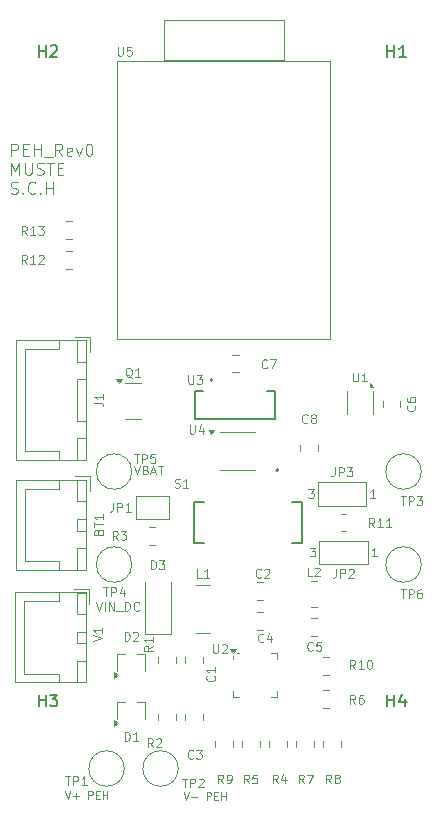
<source format=gbr>
%TF.GenerationSoftware,KiCad,Pcbnew,9.0.2*%
%TF.CreationDate,2025-06-10T20:07:43+02:00*%
%TF.ProjectId,PEH Sensor,50454820-5365-46e7-936f-722e6b696361,rev?*%
%TF.SameCoordinates,Original*%
%TF.FileFunction,Legend,Top*%
%TF.FilePolarity,Positive*%
%FSLAX46Y46*%
G04 Gerber Fmt 4.6, Leading zero omitted, Abs format (unit mm)*
G04 Created by KiCad (PCBNEW 9.0.2) date 2025-06-10 20:07:43*
%MOMM*%
%LPD*%
G01*
G04 APERTURE LIST*
%ADD10C,0.100000*%
%ADD11C,0.150000*%
%ADD12C,0.120000*%
%ADD13C,0.127000*%
%ADD14C,0.200000*%
G04 APERTURE END LIST*
D10*
X128603884Y-68252531D02*
X128603884Y-67252531D01*
X128603884Y-67252531D02*
X128984836Y-67252531D01*
X128984836Y-67252531D02*
X129080074Y-67300150D01*
X129080074Y-67300150D02*
X129127693Y-67347769D01*
X129127693Y-67347769D02*
X129175312Y-67443007D01*
X129175312Y-67443007D02*
X129175312Y-67585864D01*
X129175312Y-67585864D02*
X129127693Y-67681102D01*
X129127693Y-67681102D02*
X129080074Y-67728721D01*
X129080074Y-67728721D02*
X128984836Y-67776340D01*
X128984836Y-67776340D02*
X128603884Y-67776340D01*
X129603884Y-67728721D02*
X129937217Y-67728721D01*
X130080074Y-68252531D02*
X129603884Y-68252531D01*
X129603884Y-68252531D02*
X129603884Y-67252531D01*
X129603884Y-67252531D02*
X130080074Y-67252531D01*
X130508646Y-68252531D02*
X130508646Y-67252531D01*
X130508646Y-67728721D02*
X131080074Y-67728721D01*
X131080074Y-68252531D02*
X131080074Y-67252531D01*
X131318170Y-68347769D02*
X132080074Y-68347769D01*
X132889598Y-68252531D02*
X132556265Y-67776340D01*
X132318170Y-68252531D02*
X132318170Y-67252531D01*
X132318170Y-67252531D02*
X132699122Y-67252531D01*
X132699122Y-67252531D02*
X132794360Y-67300150D01*
X132794360Y-67300150D02*
X132841979Y-67347769D01*
X132841979Y-67347769D02*
X132889598Y-67443007D01*
X132889598Y-67443007D02*
X132889598Y-67585864D01*
X132889598Y-67585864D02*
X132841979Y-67681102D01*
X132841979Y-67681102D02*
X132794360Y-67728721D01*
X132794360Y-67728721D02*
X132699122Y-67776340D01*
X132699122Y-67776340D02*
X132318170Y-67776340D01*
X133699122Y-68204912D02*
X133603884Y-68252531D01*
X133603884Y-68252531D02*
X133413408Y-68252531D01*
X133413408Y-68252531D02*
X133318170Y-68204912D01*
X133318170Y-68204912D02*
X133270551Y-68109673D01*
X133270551Y-68109673D02*
X133270551Y-67728721D01*
X133270551Y-67728721D02*
X133318170Y-67633483D01*
X133318170Y-67633483D02*
X133413408Y-67585864D01*
X133413408Y-67585864D02*
X133603884Y-67585864D01*
X133603884Y-67585864D02*
X133699122Y-67633483D01*
X133699122Y-67633483D02*
X133746741Y-67728721D01*
X133746741Y-67728721D02*
X133746741Y-67823959D01*
X133746741Y-67823959D02*
X133270551Y-67919197D01*
X134080075Y-67585864D02*
X134318170Y-68252531D01*
X134318170Y-68252531D02*
X134556265Y-67585864D01*
X135127694Y-67252531D02*
X135222932Y-67252531D01*
X135222932Y-67252531D02*
X135318170Y-67300150D01*
X135318170Y-67300150D02*
X135365789Y-67347769D01*
X135365789Y-67347769D02*
X135413408Y-67443007D01*
X135413408Y-67443007D02*
X135461027Y-67633483D01*
X135461027Y-67633483D02*
X135461027Y-67871578D01*
X135461027Y-67871578D02*
X135413408Y-68062054D01*
X135413408Y-68062054D02*
X135365789Y-68157292D01*
X135365789Y-68157292D02*
X135318170Y-68204912D01*
X135318170Y-68204912D02*
X135222932Y-68252531D01*
X135222932Y-68252531D02*
X135127694Y-68252531D01*
X135127694Y-68252531D02*
X135032456Y-68204912D01*
X135032456Y-68204912D02*
X134984837Y-68157292D01*
X134984837Y-68157292D02*
X134937218Y-68062054D01*
X134937218Y-68062054D02*
X134889599Y-67871578D01*
X134889599Y-67871578D02*
X134889599Y-67633483D01*
X134889599Y-67633483D02*
X134937218Y-67443007D01*
X134937218Y-67443007D02*
X134984837Y-67347769D01*
X134984837Y-67347769D02*
X135032456Y-67300150D01*
X135032456Y-67300150D02*
X135127694Y-67252531D01*
X128603884Y-69862475D02*
X128603884Y-68862475D01*
X128603884Y-68862475D02*
X128937217Y-69576760D01*
X128937217Y-69576760D02*
X129270550Y-68862475D01*
X129270550Y-68862475D02*
X129270550Y-69862475D01*
X129746741Y-68862475D02*
X129746741Y-69671998D01*
X129746741Y-69671998D02*
X129794360Y-69767236D01*
X129794360Y-69767236D02*
X129841979Y-69814856D01*
X129841979Y-69814856D02*
X129937217Y-69862475D01*
X129937217Y-69862475D02*
X130127693Y-69862475D01*
X130127693Y-69862475D02*
X130222931Y-69814856D01*
X130222931Y-69814856D02*
X130270550Y-69767236D01*
X130270550Y-69767236D02*
X130318169Y-69671998D01*
X130318169Y-69671998D02*
X130318169Y-68862475D01*
X130746741Y-69814856D02*
X130889598Y-69862475D01*
X130889598Y-69862475D02*
X131127693Y-69862475D01*
X131127693Y-69862475D02*
X131222931Y-69814856D01*
X131222931Y-69814856D02*
X131270550Y-69767236D01*
X131270550Y-69767236D02*
X131318169Y-69671998D01*
X131318169Y-69671998D02*
X131318169Y-69576760D01*
X131318169Y-69576760D02*
X131270550Y-69481522D01*
X131270550Y-69481522D02*
X131222931Y-69433903D01*
X131222931Y-69433903D02*
X131127693Y-69386284D01*
X131127693Y-69386284D02*
X130937217Y-69338665D01*
X130937217Y-69338665D02*
X130841979Y-69291046D01*
X130841979Y-69291046D02*
X130794360Y-69243427D01*
X130794360Y-69243427D02*
X130746741Y-69148189D01*
X130746741Y-69148189D02*
X130746741Y-69052951D01*
X130746741Y-69052951D02*
X130794360Y-68957713D01*
X130794360Y-68957713D02*
X130841979Y-68910094D01*
X130841979Y-68910094D02*
X130937217Y-68862475D01*
X130937217Y-68862475D02*
X131175312Y-68862475D01*
X131175312Y-68862475D02*
X131318169Y-68910094D01*
X131603884Y-68862475D02*
X132175312Y-68862475D01*
X131889598Y-69862475D02*
X131889598Y-68862475D01*
X132508646Y-69338665D02*
X132841979Y-69338665D01*
X132984836Y-69862475D02*
X132508646Y-69862475D01*
X132508646Y-69862475D02*
X132508646Y-68862475D01*
X132508646Y-68862475D02*
X132984836Y-68862475D01*
X128556265Y-71424800D02*
X128699122Y-71472419D01*
X128699122Y-71472419D02*
X128937217Y-71472419D01*
X128937217Y-71472419D02*
X129032455Y-71424800D01*
X129032455Y-71424800D02*
X129080074Y-71377180D01*
X129080074Y-71377180D02*
X129127693Y-71281942D01*
X129127693Y-71281942D02*
X129127693Y-71186704D01*
X129127693Y-71186704D02*
X129080074Y-71091466D01*
X129080074Y-71091466D02*
X129032455Y-71043847D01*
X129032455Y-71043847D02*
X128937217Y-70996228D01*
X128937217Y-70996228D02*
X128746741Y-70948609D01*
X128746741Y-70948609D02*
X128651503Y-70900990D01*
X128651503Y-70900990D02*
X128603884Y-70853371D01*
X128603884Y-70853371D02*
X128556265Y-70758133D01*
X128556265Y-70758133D02*
X128556265Y-70662895D01*
X128556265Y-70662895D02*
X128603884Y-70567657D01*
X128603884Y-70567657D02*
X128651503Y-70520038D01*
X128651503Y-70520038D02*
X128746741Y-70472419D01*
X128746741Y-70472419D02*
X128984836Y-70472419D01*
X128984836Y-70472419D02*
X129127693Y-70520038D01*
X129556265Y-71377180D02*
X129603884Y-71424800D01*
X129603884Y-71424800D02*
X129556265Y-71472419D01*
X129556265Y-71472419D02*
X129508646Y-71424800D01*
X129508646Y-71424800D02*
X129556265Y-71377180D01*
X129556265Y-71377180D02*
X129556265Y-71472419D01*
X130603883Y-71377180D02*
X130556264Y-71424800D01*
X130556264Y-71424800D02*
X130413407Y-71472419D01*
X130413407Y-71472419D02*
X130318169Y-71472419D01*
X130318169Y-71472419D02*
X130175312Y-71424800D01*
X130175312Y-71424800D02*
X130080074Y-71329561D01*
X130080074Y-71329561D02*
X130032455Y-71234323D01*
X130032455Y-71234323D02*
X129984836Y-71043847D01*
X129984836Y-71043847D02*
X129984836Y-70900990D01*
X129984836Y-70900990D02*
X130032455Y-70710514D01*
X130032455Y-70710514D02*
X130080074Y-70615276D01*
X130080074Y-70615276D02*
X130175312Y-70520038D01*
X130175312Y-70520038D02*
X130318169Y-70472419D01*
X130318169Y-70472419D02*
X130413407Y-70472419D01*
X130413407Y-70472419D02*
X130556264Y-70520038D01*
X130556264Y-70520038D02*
X130603883Y-70567657D01*
X131032455Y-71377180D02*
X131080074Y-71424800D01*
X131080074Y-71424800D02*
X131032455Y-71472419D01*
X131032455Y-71472419D02*
X130984836Y-71424800D01*
X130984836Y-71424800D02*
X131032455Y-71377180D01*
X131032455Y-71377180D02*
X131032455Y-71472419D01*
X131508645Y-71472419D02*
X131508645Y-70472419D01*
X131508645Y-70948609D02*
X132080073Y-70948609D01*
X132080073Y-71472419D02*
X132080073Y-70472419D01*
X157709056Y-111695364D02*
X157459056Y-111338221D01*
X157280485Y-111695364D02*
X157280485Y-110945364D01*
X157280485Y-110945364D02*
X157566199Y-110945364D01*
X157566199Y-110945364D02*
X157637628Y-110981078D01*
X157637628Y-110981078D02*
X157673342Y-111016792D01*
X157673342Y-111016792D02*
X157709056Y-111088221D01*
X157709056Y-111088221D02*
X157709056Y-111195364D01*
X157709056Y-111195364D02*
X157673342Y-111266792D01*
X157673342Y-111266792D02*
X157637628Y-111302507D01*
X157637628Y-111302507D02*
X157566199Y-111338221D01*
X157566199Y-111338221D02*
X157280485Y-111338221D01*
X158423342Y-111695364D02*
X157994771Y-111695364D01*
X158209056Y-111695364D02*
X158209056Y-110945364D01*
X158209056Y-110945364D02*
X158137628Y-111052507D01*
X158137628Y-111052507D02*
X158066199Y-111123935D01*
X158066199Y-111123935D02*
X157994771Y-111159650D01*
X158887628Y-110945364D02*
X158959057Y-110945364D01*
X158959057Y-110945364D02*
X159030485Y-110981078D01*
X159030485Y-110981078D02*
X159066200Y-111016792D01*
X159066200Y-111016792D02*
X159101914Y-111088221D01*
X159101914Y-111088221D02*
X159137628Y-111231078D01*
X159137628Y-111231078D02*
X159137628Y-111409650D01*
X159137628Y-111409650D02*
X159101914Y-111552507D01*
X159101914Y-111552507D02*
X159066200Y-111623935D01*
X159066200Y-111623935D02*
X159030485Y-111659650D01*
X159030485Y-111659650D02*
X158959057Y-111695364D01*
X158959057Y-111695364D02*
X158887628Y-111695364D01*
X158887628Y-111695364D02*
X158816200Y-111659650D01*
X158816200Y-111659650D02*
X158780485Y-111623935D01*
X158780485Y-111623935D02*
X158744771Y-111552507D01*
X158744771Y-111552507D02*
X158709057Y-111409650D01*
X158709057Y-111409650D02*
X158709057Y-111231078D01*
X158709057Y-111231078D02*
X158744771Y-111088221D01*
X158744771Y-111088221D02*
X158780485Y-111016792D01*
X158780485Y-111016792D02*
X158816200Y-110981078D01*
X158816200Y-110981078D02*
X158887628Y-110945364D01*
X138181228Y-109307764D02*
X138181228Y-108557764D01*
X138181228Y-108557764D02*
X138359799Y-108557764D01*
X138359799Y-108557764D02*
X138466942Y-108593478D01*
X138466942Y-108593478D02*
X138538371Y-108664907D01*
X138538371Y-108664907D02*
X138574085Y-108736335D01*
X138574085Y-108736335D02*
X138609799Y-108879192D01*
X138609799Y-108879192D02*
X138609799Y-108986335D01*
X138609799Y-108986335D02*
X138574085Y-109129192D01*
X138574085Y-109129192D02*
X138538371Y-109200621D01*
X138538371Y-109200621D02*
X138466942Y-109272050D01*
X138466942Y-109272050D02*
X138359799Y-109307764D01*
X138359799Y-109307764D02*
X138181228Y-109307764D01*
X138895514Y-108629192D02*
X138931228Y-108593478D01*
X138931228Y-108593478D02*
X139002657Y-108557764D01*
X139002657Y-108557764D02*
X139181228Y-108557764D01*
X139181228Y-108557764D02*
X139252657Y-108593478D01*
X139252657Y-108593478D02*
X139288371Y-108629192D01*
X139288371Y-108629192D02*
X139324085Y-108700621D01*
X139324085Y-108700621D02*
X139324085Y-108772050D01*
X139324085Y-108772050D02*
X139288371Y-108879192D01*
X139288371Y-108879192D02*
X138859799Y-109307764D01*
X138859799Y-109307764D02*
X139324085Y-109307764D01*
X140416428Y-103262564D02*
X140416428Y-102512564D01*
X140416428Y-102512564D02*
X140594999Y-102512564D01*
X140594999Y-102512564D02*
X140702142Y-102548278D01*
X140702142Y-102548278D02*
X140773571Y-102619707D01*
X140773571Y-102619707D02*
X140809285Y-102691135D01*
X140809285Y-102691135D02*
X140844999Y-102833992D01*
X140844999Y-102833992D02*
X140844999Y-102941135D01*
X140844999Y-102941135D02*
X140809285Y-103083992D01*
X140809285Y-103083992D02*
X140773571Y-103155421D01*
X140773571Y-103155421D02*
X140702142Y-103226850D01*
X140702142Y-103226850D02*
X140594999Y-103262564D01*
X140594999Y-103262564D02*
X140416428Y-103262564D01*
X141094999Y-102512564D02*
X141559285Y-102512564D01*
X141559285Y-102512564D02*
X141309285Y-102798278D01*
X141309285Y-102798278D02*
X141416428Y-102798278D01*
X141416428Y-102798278D02*
X141487857Y-102833992D01*
X141487857Y-102833992D02*
X141523571Y-102869707D01*
X141523571Y-102869707D02*
X141559285Y-102941135D01*
X141559285Y-102941135D02*
X141559285Y-103119707D01*
X141559285Y-103119707D02*
X141523571Y-103191135D01*
X141523571Y-103191135D02*
X141487857Y-103226850D01*
X141487857Y-103226850D02*
X141416428Y-103262564D01*
X141416428Y-103262564D02*
X141202142Y-103262564D01*
X141202142Y-103262564D02*
X141130714Y-103226850D01*
X141130714Y-103226850D02*
X141094999Y-103191135D01*
X138181228Y-117791364D02*
X138181228Y-117041364D01*
X138181228Y-117041364D02*
X138359799Y-117041364D01*
X138359799Y-117041364D02*
X138466942Y-117077078D01*
X138466942Y-117077078D02*
X138538371Y-117148507D01*
X138538371Y-117148507D02*
X138574085Y-117219935D01*
X138574085Y-117219935D02*
X138609799Y-117362792D01*
X138609799Y-117362792D02*
X138609799Y-117469935D01*
X138609799Y-117469935D02*
X138574085Y-117612792D01*
X138574085Y-117612792D02*
X138538371Y-117684221D01*
X138538371Y-117684221D02*
X138466942Y-117755650D01*
X138466942Y-117755650D02*
X138359799Y-117791364D01*
X138359799Y-117791364D02*
X138181228Y-117791364D01*
X139324085Y-117791364D02*
X138895514Y-117791364D01*
X139109799Y-117791364D02*
X139109799Y-117041364D01*
X139109799Y-117041364D02*
X139038371Y-117148507D01*
X139038371Y-117148507D02*
X138966942Y-117219935D01*
X138966942Y-117219935D02*
X138895514Y-117255650D01*
X157518171Y-86612164D02*
X157518171Y-87219307D01*
X157518171Y-87219307D02*
X157553885Y-87290735D01*
X157553885Y-87290735D02*
X157589600Y-87326450D01*
X157589600Y-87326450D02*
X157661028Y-87362164D01*
X157661028Y-87362164D02*
X157803885Y-87362164D01*
X157803885Y-87362164D02*
X157875314Y-87326450D01*
X157875314Y-87326450D02*
X157911028Y-87290735D01*
X157911028Y-87290735D02*
X157946742Y-87219307D01*
X157946742Y-87219307D02*
X157946742Y-86612164D01*
X158696742Y-87362164D02*
X158268171Y-87362164D01*
X158482456Y-87362164D02*
X158482456Y-86612164D01*
X158482456Y-86612164D02*
X158411028Y-86719307D01*
X158411028Y-86719307D02*
X158339599Y-86790735D01*
X158339599Y-86790735D02*
X158268171Y-86826450D01*
X129921456Y-74966964D02*
X129671456Y-74609821D01*
X129492885Y-74966964D02*
X129492885Y-74216964D01*
X129492885Y-74216964D02*
X129778599Y-74216964D01*
X129778599Y-74216964D02*
X129850028Y-74252678D01*
X129850028Y-74252678D02*
X129885742Y-74288392D01*
X129885742Y-74288392D02*
X129921456Y-74359821D01*
X129921456Y-74359821D02*
X129921456Y-74466964D01*
X129921456Y-74466964D02*
X129885742Y-74538392D01*
X129885742Y-74538392D02*
X129850028Y-74574107D01*
X129850028Y-74574107D02*
X129778599Y-74609821D01*
X129778599Y-74609821D02*
X129492885Y-74609821D01*
X130635742Y-74966964D02*
X130207171Y-74966964D01*
X130421456Y-74966964D02*
X130421456Y-74216964D01*
X130421456Y-74216964D02*
X130350028Y-74324107D01*
X130350028Y-74324107D02*
X130278599Y-74395535D01*
X130278599Y-74395535D02*
X130207171Y-74431250D01*
X130885742Y-74216964D02*
X131350028Y-74216964D01*
X131350028Y-74216964D02*
X131100028Y-74502678D01*
X131100028Y-74502678D02*
X131207171Y-74502678D01*
X131207171Y-74502678D02*
X131278600Y-74538392D01*
X131278600Y-74538392D02*
X131314314Y-74574107D01*
X131314314Y-74574107D02*
X131350028Y-74645535D01*
X131350028Y-74645535D02*
X131350028Y-74824107D01*
X131350028Y-74824107D02*
X131314314Y-74895535D01*
X131314314Y-74895535D02*
X131278600Y-74931250D01*
X131278600Y-74931250D02*
X131207171Y-74966964D01*
X131207171Y-74966964D02*
X130992885Y-74966964D01*
X130992885Y-74966964D02*
X130921457Y-74931250D01*
X130921457Y-74931250D02*
X130885742Y-74895535D01*
X145761535Y-112291400D02*
X145797250Y-112327114D01*
X145797250Y-112327114D02*
X145832964Y-112434257D01*
X145832964Y-112434257D02*
X145832964Y-112505685D01*
X145832964Y-112505685D02*
X145797250Y-112612828D01*
X145797250Y-112612828D02*
X145725821Y-112684257D01*
X145725821Y-112684257D02*
X145654392Y-112719971D01*
X145654392Y-112719971D02*
X145511535Y-112755685D01*
X145511535Y-112755685D02*
X145404392Y-112755685D01*
X145404392Y-112755685D02*
X145261535Y-112719971D01*
X145261535Y-112719971D02*
X145190107Y-112684257D01*
X145190107Y-112684257D02*
X145118678Y-112612828D01*
X145118678Y-112612828D02*
X145082964Y-112505685D01*
X145082964Y-112505685D02*
X145082964Y-112434257D01*
X145082964Y-112434257D02*
X145118678Y-112327114D01*
X145118678Y-112327114D02*
X145154392Y-112291400D01*
X145832964Y-111577114D02*
X145832964Y-112005685D01*
X145832964Y-111791400D02*
X145082964Y-111791400D01*
X145082964Y-111791400D02*
X145190107Y-111862828D01*
X145190107Y-111862828D02*
X145261535Y-111934257D01*
X145261535Y-111934257D02*
X145297250Y-112005685D01*
X149734999Y-103902335D02*
X149699285Y-103938050D01*
X149699285Y-103938050D02*
X149592142Y-103973764D01*
X149592142Y-103973764D02*
X149520714Y-103973764D01*
X149520714Y-103973764D02*
X149413571Y-103938050D01*
X149413571Y-103938050D02*
X149342142Y-103866621D01*
X149342142Y-103866621D02*
X149306428Y-103795192D01*
X149306428Y-103795192D02*
X149270714Y-103652335D01*
X149270714Y-103652335D02*
X149270714Y-103545192D01*
X149270714Y-103545192D02*
X149306428Y-103402335D01*
X149306428Y-103402335D02*
X149342142Y-103330907D01*
X149342142Y-103330907D02*
X149413571Y-103259478D01*
X149413571Y-103259478D02*
X149520714Y-103223764D01*
X149520714Y-103223764D02*
X149592142Y-103223764D01*
X149592142Y-103223764D02*
X149699285Y-103259478D01*
X149699285Y-103259478D02*
X149734999Y-103295192D01*
X150020714Y-103295192D02*
X150056428Y-103259478D01*
X150056428Y-103259478D02*
X150127857Y-103223764D01*
X150127857Y-103223764D02*
X150306428Y-103223764D01*
X150306428Y-103223764D02*
X150377857Y-103259478D01*
X150377857Y-103259478D02*
X150413571Y-103295192D01*
X150413571Y-103295192D02*
X150449285Y-103366621D01*
X150449285Y-103366621D02*
X150449285Y-103438050D01*
X150449285Y-103438050D02*
X150413571Y-103545192D01*
X150413571Y-103545192D02*
X149984999Y-103973764D01*
X149984999Y-103973764D02*
X150449285Y-103973764D01*
X151157399Y-121398164D02*
X150907399Y-121041021D01*
X150728828Y-121398164D02*
X150728828Y-120648164D01*
X150728828Y-120648164D02*
X151014542Y-120648164D01*
X151014542Y-120648164D02*
X151085971Y-120683878D01*
X151085971Y-120683878D02*
X151121685Y-120719592D01*
X151121685Y-120719592D02*
X151157399Y-120791021D01*
X151157399Y-120791021D02*
X151157399Y-120898164D01*
X151157399Y-120898164D02*
X151121685Y-120969592D01*
X151121685Y-120969592D02*
X151085971Y-121005307D01*
X151085971Y-121005307D02*
X151014542Y-121041021D01*
X151014542Y-121041021D02*
X150728828Y-121041021D01*
X151800257Y-120898164D02*
X151800257Y-121398164D01*
X151621685Y-120612450D02*
X151443114Y-121148164D01*
X151443114Y-121148164D02*
X151907399Y-121148164D01*
X144699500Y-103969264D02*
X144342357Y-103969264D01*
X144342357Y-103969264D02*
X144342357Y-103219264D01*
X145342357Y-103969264D02*
X144913786Y-103969264D01*
X145128071Y-103969264D02*
X145128071Y-103219264D01*
X145128071Y-103219264D02*
X145056643Y-103326407D01*
X145056643Y-103326407D02*
X144985214Y-103397835D01*
X144985214Y-103397835D02*
X144913786Y-103433550D01*
X155678599Y-121398164D02*
X155428599Y-121041021D01*
X155250028Y-121398164D02*
X155250028Y-120648164D01*
X155250028Y-120648164D02*
X155535742Y-120648164D01*
X155535742Y-120648164D02*
X155607171Y-120683878D01*
X155607171Y-120683878D02*
X155642885Y-120719592D01*
X155642885Y-120719592D02*
X155678599Y-120791021D01*
X155678599Y-120791021D02*
X155678599Y-120898164D01*
X155678599Y-120898164D02*
X155642885Y-120969592D01*
X155642885Y-120969592D02*
X155607171Y-121005307D01*
X155607171Y-121005307D02*
X155535742Y-121041021D01*
X155535742Y-121041021D02*
X155250028Y-121041021D01*
X156107171Y-120969592D02*
X156035742Y-120933878D01*
X156035742Y-120933878D02*
X156000028Y-120898164D01*
X156000028Y-120898164D02*
X155964314Y-120826735D01*
X155964314Y-120826735D02*
X155964314Y-120791021D01*
X155964314Y-120791021D02*
X156000028Y-120719592D01*
X156000028Y-120719592D02*
X156035742Y-120683878D01*
X156035742Y-120683878D02*
X156107171Y-120648164D01*
X156107171Y-120648164D02*
X156250028Y-120648164D01*
X156250028Y-120648164D02*
X156321457Y-120683878D01*
X156321457Y-120683878D02*
X156357171Y-120719592D01*
X156357171Y-120719592D02*
X156392885Y-120791021D01*
X156392885Y-120791021D02*
X156392885Y-120826735D01*
X156392885Y-120826735D02*
X156357171Y-120898164D01*
X156357171Y-120898164D02*
X156321457Y-120933878D01*
X156321457Y-120933878D02*
X156250028Y-120969592D01*
X156250028Y-120969592D02*
X156107171Y-120969592D01*
X156107171Y-120969592D02*
X156035742Y-121005307D01*
X156035742Y-121005307D02*
X156000028Y-121041021D01*
X156000028Y-121041021D02*
X155964314Y-121112450D01*
X155964314Y-121112450D02*
X155964314Y-121255307D01*
X155964314Y-121255307D02*
X156000028Y-121326735D01*
X156000028Y-121326735D02*
X156035742Y-121362450D01*
X156035742Y-121362450D02*
X156107171Y-121398164D01*
X156107171Y-121398164D02*
X156250028Y-121398164D01*
X156250028Y-121398164D02*
X156321457Y-121362450D01*
X156321457Y-121362450D02*
X156357171Y-121326735D01*
X156357171Y-121326735D02*
X156392885Y-121255307D01*
X156392885Y-121255307D02*
X156392885Y-121112450D01*
X156392885Y-121112450D02*
X156357171Y-121041021D01*
X156357171Y-121041021D02*
X156321457Y-121005307D01*
X156321457Y-121005307D02*
X156250028Y-120969592D01*
X159334656Y-99706564D02*
X159084656Y-99349421D01*
X158906085Y-99706564D02*
X158906085Y-98956564D01*
X158906085Y-98956564D02*
X159191799Y-98956564D01*
X159191799Y-98956564D02*
X159263228Y-98992278D01*
X159263228Y-98992278D02*
X159298942Y-99027992D01*
X159298942Y-99027992D02*
X159334656Y-99099421D01*
X159334656Y-99099421D02*
X159334656Y-99206564D01*
X159334656Y-99206564D02*
X159298942Y-99277992D01*
X159298942Y-99277992D02*
X159263228Y-99313707D01*
X159263228Y-99313707D02*
X159191799Y-99349421D01*
X159191799Y-99349421D02*
X158906085Y-99349421D01*
X160048942Y-99706564D02*
X159620371Y-99706564D01*
X159834656Y-99706564D02*
X159834656Y-98956564D01*
X159834656Y-98956564D02*
X159763228Y-99063707D01*
X159763228Y-99063707D02*
X159691799Y-99135135D01*
X159691799Y-99135135D02*
X159620371Y-99170850D01*
X160763228Y-99706564D02*
X160334657Y-99706564D01*
X160548942Y-99706564D02*
X160548942Y-98956564D01*
X160548942Y-98956564D02*
X160477514Y-99063707D01*
X160477514Y-99063707D02*
X160406085Y-99135135D01*
X160406085Y-99135135D02*
X160334657Y-99170850D01*
X133153571Y-120791764D02*
X133582143Y-120791764D01*
X133367857Y-121541764D02*
X133367857Y-120791764D01*
X133832143Y-121541764D02*
X133832143Y-120791764D01*
X133832143Y-120791764D02*
X134117857Y-120791764D01*
X134117857Y-120791764D02*
X134189286Y-120827478D01*
X134189286Y-120827478D02*
X134225000Y-120863192D01*
X134225000Y-120863192D02*
X134260714Y-120934621D01*
X134260714Y-120934621D02*
X134260714Y-121041764D01*
X134260714Y-121041764D02*
X134225000Y-121113192D01*
X134225000Y-121113192D02*
X134189286Y-121148907D01*
X134189286Y-121148907D02*
X134117857Y-121184621D01*
X134117857Y-121184621D02*
X133832143Y-121184621D01*
X134975000Y-121541764D02*
X134546429Y-121541764D01*
X134760714Y-121541764D02*
X134760714Y-120791764D01*
X134760714Y-120791764D02*
X134689286Y-120898907D01*
X134689286Y-120898907D02*
X134617857Y-120970335D01*
X134617857Y-120970335D02*
X134546429Y-121006050D01*
X133154047Y-122045502D02*
X133370714Y-122695502D01*
X133370714Y-122695502D02*
X133587381Y-122045502D01*
X133804047Y-122447883D02*
X134299286Y-122447883D01*
X134051666Y-122695502D02*
X134051666Y-122200264D01*
X135104047Y-122695502D02*
X135104047Y-122045502D01*
X135104047Y-122045502D02*
X135351666Y-122045502D01*
X135351666Y-122045502D02*
X135413571Y-122076454D01*
X135413571Y-122076454D02*
X135444524Y-122107407D01*
X135444524Y-122107407D02*
X135475476Y-122169311D01*
X135475476Y-122169311D02*
X135475476Y-122262169D01*
X135475476Y-122262169D02*
X135444524Y-122324073D01*
X135444524Y-122324073D02*
X135413571Y-122355026D01*
X135413571Y-122355026D02*
X135351666Y-122385978D01*
X135351666Y-122385978D02*
X135104047Y-122385978D01*
X135754047Y-122355026D02*
X135970714Y-122355026D01*
X136063571Y-122695502D02*
X135754047Y-122695502D01*
X135754047Y-122695502D02*
X135754047Y-122045502D01*
X135754047Y-122045502D02*
X136063571Y-122045502D01*
X136342142Y-122695502D02*
X136342142Y-122045502D01*
X136342142Y-122355026D02*
X136713571Y-122355026D01*
X136713571Y-122695502D02*
X136713571Y-122045502D01*
X146534599Y-121398164D02*
X146284599Y-121041021D01*
X146106028Y-121398164D02*
X146106028Y-120648164D01*
X146106028Y-120648164D02*
X146391742Y-120648164D01*
X146391742Y-120648164D02*
X146463171Y-120683878D01*
X146463171Y-120683878D02*
X146498885Y-120719592D01*
X146498885Y-120719592D02*
X146534599Y-120791021D01*
X146534599Y-120791021D02*
X146534599Y-120898164D01*
X146534599Y-120898164D02*
X146498885Y-120969592D01*
X146498885Y-120969592D02*
X146463171Y-121005307D01*
X146463171Y-121005307D02*
X146391742Y-121041021D01*
X146391742Y-121041021D02*
X146106028Y-121041021D01*
X146891742Y-121398164D02*
X147034599Y-121398164D01*
X147034599Y-121398164D02*
X147106028Y-121362450D01*
X147106028Y-121362450D02*
X147141742Y-121326735D01*
X147141742Y-121326735D02*
X147213171Y-121219592D01*
X147213171Y-121219592D02*
X147248885Y-121076735D01*
X147248885Y-121076735D02*
X147248885Y-120791021D01*
X147248885Y-120791021D02*
X147213171Y-120719592D01*
X147213171Y-120719592D02*
X147177457Y-120683878D01*
X147177457Y-120683878D02*
X147106028Y-120648164D01*
X147106028Y-120648164D02*
X146963171Y-120648164D01*
X146963171Y-120648164D02*
X146891742Y-120683878D01*
X146891742Y-120683878D02*
X146856028Y-120719592D01*
X146856028Y-120719592D02*
X146820314Y-120791021D01*
X146820314Y-120791021D02*
X146820314Y-120969592D01*
X146820314Y-120969592D02*
X146856028Y-121041021D01*
X146856028Y-121041021D02*
X146891742Y-121076735D01*
X146891742Y-121076735D02*
X146963171Y-121112450D01*
X146963171Y-121112450D02*
X147106028Y-121112450D01*
X147106028Y-121112450D02*
X147177457Y-121076735D01*
X147177457Y-121076735D02*
X147213171Y-121041021D01*
X147213171Y-121041021D02*
X147248885Y-120969592D01*
D11*
X160438095Y-114882819D02*
X160438095Y-113882819D01*
X160438095Y-114359009D02*
X161009523Y-114359009D01*
X161009523Y-114882819D02*
X161009523Y-113882819D01*
X161914285Y-114216152D02*
X161914285Y-114882819D01*
X161676190Y-113835200D02*
X161438095Y-114549485D01*
X161438095Y-114549485D02*
X162057142Y-114549485D01*
D10*
X136365971Y-104798564D02*
X136794543Y-104798564D01*
X136580257Y-105548564D02*
X136580257Y-104798564D01*
X137044543Y-105548564D02*
X137044543Y-104798564D01*
X137044543Y-104798564D02*
X137330257Y-104798564D01*
X137330257Y-104798564D02*
X137401686Y-104834278D01*
X137401686Y-104834278D02*
X137437400Y-104869992D01*
X137437400Y-104869992D02*
X137473114Y-104941421D01*
X137473114Y-104941421D02*
X137473114Y-105048564D01*
X137473114Y-105048564D02*
X137437400Y-105119992D01*
X137437400Y-105119992D02*
X137401686Y-105155707D01*
X137401686Y-105155707D02*
X137330257Y-105191421D01*
X137330257Y-105191421D02*
X137044543Y-105191421D01*
X138115972Y-105048564D02*
X138115972Y-105548564D01*
X137937400Y-104762850D02*
X137758829Y-105298564D01*
X137758829Y-105298564D02*
X138223114Y-105298564D01*
X135760057Y-106017764D02*
X136010057Y-106767764D01*
X136010057Y-106767764D02*
X136260057Y-106017764D01*
X136510057Y-106767764D02*
X136510057Y-106017764D01*
X136867200Y-106767764D02*
X136867200Y-106017764D01*
X136867200Y-106017764D02*
X137295771Y-106767764D01*
X137295771Y-106767764D02*
X137295771Y-106017764D01*
X137474343Y-106839192D02*
X138045771Y-106839192D01*
X138224343Y-106767764D02*
X138224343Y-106017764D01*
X138224343Y-106017764D02*
X138402914Y-106017764D01*
X138402914Y-106017764D02*
X138510057Y-106053478D01*
X138510057Y-106053478D02*
X138581486Y-106124907D01*
X138581486Y-106124907D02*
X138617200Y-106196335D01*
X138617200Y-106196335D02*
X138652914Y-106339192D01*
X138652914Y-106339192D02*
X138652914Y-106446335D01*
X138652914Y-106446335D02*
X138617200Y-106589192D01*
X138617200Y-106589192D02*
X138581486Y-106660621D01*
X138581486Y-106660621D02*
X138510057Y-106732050D01*
X138510057Y-106732050D02*
X138402914Y-106767764D01*
X138402914Y-106767764D02*
X138224343Y-106767764D01*
X139402914Y-106696335D02*
X139367200Y-106732050D01*
X139367200Y-106732050D02*
X139260057Y-106767764D01*
X139260057Y-106767764D02*
X139188629Y-106767764D01*
X139188629Y-106767764D02*
X139081486Y-106732050D01*
X139081486Y-106732050D02*
X139010057Y-106660621D01*
X139010057Y-106660621D02*
X138974343Y-106589192D01*
X138974343Y-106589192D02*
X138938629Y-106446335D01*
X138938629Y-106446335D02*
X138938629Y-106339192D01*
X138938629Y-106339192D02*
X138974343Y-106196335D01*
X138974343Y-106196335D02*
X139010057Y-106124907D01*
X139010057Y-106124907D02*
X139081486Y-106053478D01*
X139081486Y-106053478D02*
X139188629Y-106017764D01*
X139188629Y-106017764D02*
X139260057Y-106017764D01*
X139260057Y-106017764D02*
X139367200Y-106053478D01*
X139367200Y-106053478D02*
X139402914Y-106089192D01*
X140574999Y-118341764D02*
X140324999Y-117984621D01*
X140146428Y-118341764D02*
X140146428Y-117591764D01*
X140146428Y-117591764D02*
X140432142Y-117591764D01*
X140432142Y-117591764D02*
X140503571Y-117627478D01*
X140503571Y-117627478D02*
X140539285Y-117663192D01*
X140539285Y-117663192D02*
X140574999Y-117734621D01*
X140574999Y-117734621D02*
X140574999Y-117841764D01*
X140574999Y-117841764D02*
X140539285Y-117913192D01*
X140539285Y-117913192D02*
X140503571Y-117948907D01*
X140503571Y-117948907D02*
X140432142Y-117984621D01*
X140432142Y-117984621D02*
X140146428Y-117984621D01*
X140860714Y-117663192D02*
X140896428Y-117627478D01*
X140896428Y-117627478D02*
X140967857Y-117591764D01*
X140967857Y-117591764D02*
X141146428Y-117591764D01*
X141146428Y-117591764D02*
X141217857Y-117627478D01*
X141217857Y-117627478D02*
X141253571Y-117663192D01*
X141253571Y-117663192D02*
X141289285Y-117734621D01*
X141289285Y-117734621D02*
X141289285Y-117806050D01*
X141289285Y-117806050D02*
X141253571Y-117913192D01*
X141253571Y-117913192D02*
X140824999Y-118341764D01*
X140824999Y-118341764D02*
X141289285Y-118341764D01*
X137593799Y-100773364D02*
X137343799Y-100416221D01*
X137165228Y-100773364D02*
X137165228Y-100023364D01*
X137165228Y-100023364D02*
X137450942Y-100023364D01*
X137450942Y-100023364D02*
X137522371Y-100059078D01*
X137522371Y-100059078D02*
X137558085Y-100094792D01*
X137558085Y-100094792D02*
X137593799Y-100166221D01*
X137593799Y-100166221D02*
X137593799Y-100273364D01*
X137593799Y-100273364D02*
X137558085Y-100344792D01*
X137558085Y-100344792D02*
X137522371Y-100380507D01*
X137522371Y-100380507D02*
X137450942Y-100416221D01*
X137450942Y-100416221D02*
X137165228Y-100416221D01*
X137843799Y-100023364D02*
X138308085Y-100023364D01*
X138308085Y-100023364D02*
X138058085Y-100309078D01*
X138058085Y-100309078D02*
X138165228Y-100309078D01*
X138165228Y-100309078D02*
X138236657Y-100344792D01*
X138236657Y-100344792D02*
X138272371Y-100380507D01*
X138272371Y-100380507D02*
X138308085Y-100451935D01*
X138308085Y-100451935D02*
X138308085Y-100630507D01*
X138308085Y-100630507D02*
X138272371Y-100701935D01*
X138272371Y-100701935D02*
X138236657Y-100737650D01*
X138236657Y-100737650D02*
X138165228Y-100773364D01*
X138165228Y-100773364D02*
X137950942Y-100773364D01*
X137950942Y-100773364D02*
X137879514Y-100737650D01*
X137879514Y-100737650D02*
X137843799Y-100701935D01*
D11*
X160438095Y-59904819D02*
X160438095Y-58904819D01*
X160438095Y-59381009D02*
X161009523Y-59381009D01*
X161009523Y-59904819D02*
X161009523Y-58904819D01*
X162009523Y-59904819D02*
X161438095Y-59904819D01*
X161723809Y-59904819D02*
X161723809Y-58904819D01*
X161723809Y-58904819D02*
X161628571Y-59047676D01*
X161628571Y-59047676D02*
X161533333Y-59142914D01*
X161533333Y-59142914D02*
X161438095Y-59190533D01*
D10*
X143577171Y-86836524D02*
X143577171Y-87443667D01*
X143577171Y-87443667D02*
X143612885Y-87515095D01*
X143612885Y-87515095D02*
X143648600Y-87550810D01*
X143648600Y-87550810D02*
X143720028Y-87586524D01*
X143720028Y-87586524D02*
X143862885Y-87586524D01*
X143862885Y-87586524D02*
X143934314Y-87550810D01*
X143934314Y-87550810D02*
X143970028Y-87515095D01*
X143970028Y-87515095D02*
X144005742Y-87443667D01*
X144005742Y-87443667D02*
X144005742Y-86836524D01*
X144291456Y-86836524D02*
X144755742Y-86836524D01*
X144755742Y-86836524D02*
X144505742Y-87122238D01*
X144505742Y-87122238D02*
X144612885Y-87122238D01*
X144612885Y-87122238D02*
X144684314Y-87157952D01*
X144684314Y-87157952D02*
X144720028Y-87193667D01*
X144720028Y-87193667D02*
X144755742Y-87265095D01*
X144755742Y-87265095D02*
X144755742Y-87443667D01*
X144755742Y-87443667D02*
X144720028Y-87515095D01*
X144720028Y-87515095D02*
X144684314Y-87550810D01*
X144684314Y-87550810D02*
X144612885Y-87586524D01*
X144612885Y-87586524D02*
X144398599Y-87586524D01*
X144398599Y-87586524D02*
X144327171Y-87550810D01*
X144327171Y-87550810D02*
X144291456Y-87515095D01*
X154118999Y-110101835D02*
X154083285Y-110137550D01*
X154083285Y-110137550D02*
X153976142Y-110173264D01*
X153976142Y-110173264D02*
X153904714Y-110173264D01*
X153904714Y-110173264D02*
X153797571Y-110137550D01*
X153797571Y-110137550D02*
X153726142Y-110066121D01*
X153726142Y-110066121D02*
X153690428Y-109994692D01*
X153690428Y-109994692D02*
X153654714Y-109851835D01*
X153654714Y-109851835D02*
X153654714Y-109744692D01*
X153654714Y-109744692D02*
X153690428Y-109601835D01*
X153690428Y-109601835D02*
X153726142Y-109530407D01*
X153726142Y-109530407D02*
X153797571Y-109458978D01*
X153797571Y-109458978D02*
X153904714Y-109423264D01*
X153904714Y-109423264D02*
X153976142Y-109423264D01*
X153976142Y-109423264D02*
X154083285Y-109458978D01*
X154083285Y-109458978D02*
X154118999Y-109494692D01*
X154797571Y-109423264D02*
X154440428Y-109423264D01*
X154440428Y-109423264D02*
X154404714Y-109780407D01*
X154404714Y-109780407D02*
X154440428Y-109744692D01*
X154440428Y-109744692D02*
X154511857Y-109708978D01*
X154511857Y-109708978D02*
X154690428Y-109708978D01*
X154690428Y-109708978D02*
X154761857Y-109744692D01*
X154761857Y-109744692D02*
X154797571Y-109780407D01*
X154797571Y-109780407D02*
X154833285Y-109851835D01*
X154833285Y-109851835D02*
X154833285Y-110030407D01*
X154833285Y-110030407D02*
X154797571Y-110101835D01*
X154797571Y-110101835D02*
X154761857Y-110137550D01*
X154761857Y-110137550D02*
X154690428Y-110173264D01*
X154690428Y-110173264D02*
X154511857Y-110173264D01*
X154511857Y-110173264D02*
X154440428Y-110137550D01*
X154440428Y-110137550D02*
X154404714Y-110101835D01*
X149938199Y-109388735D02*
X149902485Y-109424450D01*
X149902485Y-109424450D02*
X149795342Y-109460164D01*
X149795342Y-109460164D02*
X149723914Y-109460164D01*
X149723914Y-109460164D02*
X149616771Y-109424450D01*
X149616771Y-109424450D02*
X149545342Y-109353021D01*
X149545342Y-109353021D02*
X149509628Y-109281592D01*
X149509628Y-109281592D02*
X149473914Y-109138735D01*
X149473914Y-109138735D02*
X149473914Y-109031592D01*
X149473914Y-109031592D02*
X149509628Y-108888735D01*
X149509628Y-108888735D02*
X149545342Y-108817307D01*
X149545342Y-108817307D02*
X149616771Y-108745878D01*
X149616771Y-108745878D02*
X149723914Y-108710164D01*
X149723914Y-108710164D02*
X149795342Y-108710164D01*
X149795342Y-108710164D02*
X149902485Y-108745878D01*
X149902485Y-108745878D02*
X149938199Y-108781592D01*
X150581057Y-108960164D02*
X150581057Y-109460164D01*
X150402485Y-108674450D02*
X150223914Y-109210164D01*
X150223914Y-109210164D02*
X150688199Y-109210164D01*
X161551571Y-104961764D02*
X161980143Y-104961764D01*
X161765857Y-105711764D02*
X161765857Y-104961764D01*
X162230143Y-105711764D02*
X162230143Y-104961764D01*
X162230143Y-104961764D02*
X162515857Y-104961764D01*
X162515857Y-104961764D02*
X162587286Y-104997478D01*
X162587286Y-104997478D02*
X162623000Y-105033192D01*
X162623000Y-105033192D02*
X162658714Y-105104621D01*
X162658714Y-105104621D02*
X162658714Y-105211764D01*
X162658714Y-105211764D02*
X162623000Y-105283192D01*
X162623000Y-105283192D02*
X162587286Y-105318907D01*
X162587286Y-105318907D02*
X162515857Y-105354621D01*
X162515857Y-105354621D02*
X162230143Y-105354621D01*
X163301572Y-104961764D02*
X163158714Y-104961764D01*
X163158714Y-104961764D02*
X163087286Y-104997478D01*
X163087286Y-104997478D02*
X163051572Y-105033192D01*
X163051572Y-105033192D02*
X162980143Y-105140335D01*
X162980143Y-105140335D02*
X162944429Y-105283192D01*
X162944429Y-105283192D02*
X162944429Y-105568907D01*
X162944429Y-105568907D02*
X162980143Y-105640335D01*
X162980143Y-105640335D02*
X163015857Y-105676050D01*
X163015857Y-105676050D02*
X163087286Y-105711764D01*
X163087286Y-105711764D02*
X163230143Y-105711764D01*
X163230143Y-105711764D02*
X163301572Y-105676050D01*
X163301572Y-105676050D02*
X163337286Y-105640335D01*
X163337286Y-105640335D02*
X163373000Y-105568907D01*
X163373000Y-105568907D02*
X163373000Y-105390335D01*
X163373000Y-105390335D02*
X163337286Y-105318907D01*
X163337286Y-105318907D02*
X163301572Y-105283192D01*
X163301572Y-105283192D02*
X163230143Y-105247478D01*
X163230143Y-105247478D02*
X163087286Y-105247478D01*
X163087286Y-105247478D02*
X163015857Y-105283192D01*
X163015857Y-105283192D02*
X162980143Y-105318907D01*
X162980143Y-105318907D02*
X162944429Y-105390335D01*
X135959907Y-100084785D02*
X135995621Y-99977642D01*
X135995621Y-99977642D02*
X136031335Y-99941928D01*
X136031335Y-99941928D02*
X136102764Y-99906214D01*
X136102764Y-99906214D02*
X136209907Y-99906214D01*
X136209907Y-99906214D02*
X136281335Y-99941928D01*
X136281335Y-99941928D02*
X136317050Y-99977642D01*
X136317050Y-99977642D02*
X136352764Y-100049071D01*
X136352764Y-100049071D02*
X136352764Y-100334785D01*
X136352764Y-100334785D02*
X135602764Y-100334785D01*
X135602764Y-100334785D02*
X135602764Y-100084785D01*
X135602764Y-100084785D02*
X135638478Y-100013357D01*
X135638478Y-100013357D02*
X135674192Y-99977642D01*
X135674192Y-99977642D02*
X135745621Y-99941928D01*
X135745621Y-99941928D02*
X135817050Y-99941928D01*
X135817050Y-99941928D02*
X135888478Y-99977642D01*
X135888478Y-99977642D02*
X135924192Y-100013357D01*
X135924192Y-100013357D02*
X135959907Y-100084785D01*
X135959907Y-100084785D02*
X135959907Y-100334785D01*
X135602764Y-99691928D02*
X135602764Y-99263357D01*
X136352764Y-99477642D02*
X135602764Y-99477642D01*
X136352764Y-98620499D02*
X136352764Y-99049070D01*
X136352764Y-98834785D02*
X135602764Y-98834785D01*
X135602764Y-98834785D02*
X135709907Y-98906213D01*
X135709907Y-98906213D02*
X135781335Y-98977642D01*
X135781335Y-98977642D02*
X135817050Y-99049070D01*
X143994599Y-119243935D02*
X143958885Y-119279650D01*
X143958885Y-119279650D02*
X143851742Y-119315364D01*
X143851742Y-119315364D02*
X143780314Y-119315364D01*
X143780314Y-119315364D02*
X143673171Y-119279650D01*
X143673171Y-119279650D02*
X143601742Y-119208221D01*
X143601742Y-119208221D02*
X143566028Y-119136792D01*
X143566028Y-119136792D02*
X143530314Y-118993935D01*
X143530314Y-118993935D02*
X143530314Y-118886792D01*
X143530314Y-118886792D02*
X143566028Y-118743935D01*
X143566028Y-118743935D02*
X143601742Y-118672507D01*
X143601742Y-118672507D02*
X143673171Y-118601078D01*
X143673171Y-118601078D02*
X143780314Y-118565364D01*
X143780314Y-118565364D02*
X143851742Y-118565364D01*
X143851742Y-118565364D02*
X143958885Y-118601078D01*
X143958885Y-118601078D02*
X143994599Y-118636792D01*
X144244599Y-118565364D02*
X144708885Y-118565364D01*
X144708885Y-118565364D02*
X144458885Y-118851078D01*
X144458885Y-118851078D02*
X144566028Y-118851078D01*
X144566028Y-118851078D02*
X144637457Y-118886792D01*
X144637457Y-118886792D02*
X144673171Y-118922507D01*
X144673171Y-118922507D02*
X144708885Y-118993935D01*
X144708885Y-118993935D02*
X144708885Y-119172507D01*
X144708885Y-119172507D02*
X144673171Y-119243935D01*
X144673171Y-119243935D02*
X144637457Y-119279650D01*
X144637457Y-119279650D02*
X144566028Y-119315364D01*
X144566028Y-119315364D02*
X144351742Y-119315364D01*
X144351742Y-119315364D02*
X144280314Y-119279650D01*
X144280314Y-119279650D02*
X144244599Y-119243935D01*
X154053000Y-103872164D02*
X153695857Y-103872164D01*
X153695857Y-103872164D02*
X153695857Y-103122164D01*
X154267286Y-103193592D02*
X154303000Y-103157878D01*
X154303000Y-103157878D02*
X154374429Y-103122164D01*
X154374429Y-103122164D02*
X154553000Y-103122164D01*
X154553000Y-103122164D02*
X154624429Y-103157878D01*
X154624429Y-103157878D02*
X154660143Y-103193592D01*
X154660143Y-103193592D02*
X154695857Y-103265021D01*
X154695857Y-103265021D02*
X154695857Y-103336450D01*
X154695857Y-103336450D02*
X154660143Y-103443592D01*
X154660143Y-103443592D02*
X154231571Y-103872164D01*
X154231571Y-103872164D02*
X154695857Y-103872164D01*
X129921456Y-77405364D02*
X129671456Y-77048221D01*
X129492885Y-77405364D02*
X129492885Y-76655364D01*
X129492885Y-76655364D02*
X129778599Y-76655364D01*
X129778599Y-76655364D02*
X129850028Y-76691078D01*
X129850028Y-76691078D02*
X129885742Y-76726792D01*
X129885742Y-76726792D02*
X129921456Y-76798221D01*
X129921456Y-76798221D02*
X129921456Y-76905364D01*
X129921456Y-76905364D02*
X129885742Y-76976792D01*
X129885742Y-76976792D02*
X129850028Y-77012507D01*
X129850028Y-77012507D02*
X129778599Y-77048221D01*
X129778599Y-77048221D02*
X129492885Y-77048221D01*
X130635742Y-77405364D02*
X130207171Y-77405364D01*
X130421456Y-77405364D02*
X130421456Y-76655364D01*
X130421456Y-76655364D02*
X130350028Y-76762507D01*
X130350028Y-76762507D02*
X130278599Y-76833935D01*
X130278599Y-76833935D02*
X130207171Y-76869650D01*
X130921457Y-76726792D02*
X130957171Y-76691078D01*
X130957171Y-76691078D02*
X131028600Y-76655364D01*
X131028600Y-76655364D02*
X131207171Y-76655364D01*
X131207171Y-76655364D02*
X131278600Y-76691078D01*
X131278600Y-76691078D02*
X131314314Y-76726792D01*
X131314314Y-76726792D02*
X131350028Y-76798221D01*
X131350028Y-76798221D02*
X131350028Y-76869650D01*
X131350028Y-76869650D02*
X131314314Y-76976792D01*
X131314314Y-76976792D02*
X130885742Y-77405364D01*
X130885742Y-77405364D02*
X131350028Y-77405364D01*
X156093000Y-103229764D02*
X156093000Y-103765478D01*
X156093000Y-103765478D02*
X156057285Y-103872621D01*
X156057285Y-103872621D02*
X155985857Y-103944050D01*
X155985857Y-103944050D02*
X155878714Y-103979764D01*
X155878714Y-103979764D02*
X155807285Y-103979764D01*
X156450143Y-103979764D02*
X156450143Y-103229764D01*
X156450143Y-103229764D02*
X156735857Y-103229764D01*
X156735857Y-103229764D02*
X156807286Y-103265478D01*
X156807286Y-103265478D02*
X156843000Y-103301192D01*
X156843000Y-103301192D02*
X156878714Y-103372621D01*
X156878714Y-103372621D02*
X156878714Y-103479764D01*
X156878714Y-103479764D02*
X156843000Y-103551192D01*
X156843000Y-103551192D02*
X156807286Y-103586907D01*
X156807286Y-103586907D02*
X156735857Y-103622621D01*
X156735857Y-103622621D02*
X156450143Y-103622621D01*
X157164429Y-103301192D02*
X157200143Y-103265478D01*
X157200143Y-103265478D02*
X157271572Y-103229764D01*
X157271572Y-103229764D02*
X157450143Y-103229764D01*
X157450143Y-103229764D02*
X157521572Y-103265478D01*
X157521572Y-103265478D02*
X157557286Y-103301192D01*
X157557286Y-103301192D02*
X157593000Y-103372621D01*
X157593000Y-103372621D02*
X157593000Y-103444050D01*
X157593000Y-103444050D02*
X157557286Y-103551192D01*
X157557286Y-103551192D02*
X157128714Y-103979764D01*
X157128714Y-103979764D02*
X157593000Y-103979764D01*
X159532285Y-102179764D02*
X159103714Y-102179764D01*
X159317999Y-102179764D02*
X159317999Y-101429764D01*
X159317999Y-101429764D02*
X159246571Y-101536907D01*
X159246571Y-101536907D02*
X159175142Y-101608335D01*
X159175142Y-101608335D02*
X159103714Y-101644050D01*
X153867999Y-101429764D02*
X154332285Y-101429764D01*
X154332285Y-101429764D02*
X154082285Y-101715478D01*
X154082285Y-101715478D02*
X154189428Y-101715478D01*
X154189428Y-101715478D02*
X154260857Y-101751192D01*
X154260857Y-101751192D02*
X154296571Y-101786907D01*
X154296571Y-101786907D02*
X154332285Y-101858335D01*
X154332285Y-101858335D02*
X154332285Y-102036907D01*
X154332285Y-102036907D02*
X154296571Y-102108335D01*
X154296571Y-102108335D02*
X154260857Y-102144050D01*
X154260857Y-102144050D02*
X154189428Y-102179764D01*
X154189428Y-102179764D02*
X153975142Y-102179764D01*
X153975142Y-102179764D02*
X153903714Y-102144050D01*
X153903714Y-102144050D02*
X153867999Y-102108335D01*
X145681771Y-109633264D02*
X145681771Y-110240407D01*
X145681771Y-110240407D02*
X145717485Y-110311835D01*
X145717485Y-110311835D02*
X145753200Y-110347550D01*
X145753200Y-110347550D02*
X145824628Y-110383264D01*
X145824628Y-110383264D02*
X145967485Y-110383264D01*
X145967485Y-110383264D02*
X146038914Y-110347550D01*
X146038914Y-110347550D02*
X146074628Y-110311835D01*
X146074628Y-110311835D02*
X146110342Y-110240407D01*
X146110342Y-110240407D02*
X146110342Y-109633264D01*
X146431771Y-109704692D02*
X146467485Y-109668978D01*
X146467485Y-109668978D02*
X146538914Y-109633264D01*
X146538914Y-109633264D02*
X146717485Y-109633264D01*
X146717485Y-109633264D02*
X146788914Y-109668978D01*
X146788914Y-109668978D02*
X146824628Y-109704692D01*
X146824628Y-109704692D02*
X146860342Y-109776121D01*
X146860342Y-109776121D02*
X146860342Y-109847550D01*
X146860342Y-109847550D02*
X146824628Y-109954692D01*
X146824628Y-109954692D02*
X146396056Y-110383264D01*
X146396056Y-110383264D02*
X146860342Y-110383264D01*
X142430571Y-96318050D02*
X142537714Y-96353764D01*
X142537714Y-96353764D02*
X142716285Y-96353764D01*
X142716285Y-96353764D02*
X142787714Y-96318050D01*
X142787714Y-96318050D02*
X142823428Y-96282335D01*
X142823428Y-96282335D02*
X142859142Y-96210907D01*
X142859142Y-96210907D02*
X142859142Y-96139478D01*
X142859142Y-96139478D02*
X142823428Y-96068050D01*
X142823428Y-96068050D02*
X142787714Y-96032335D01*
X142787714Y-96032335D02*
X142716285Y-95996621D01*
X142716285Y-95996621D02*
X142573428Y-95960907D01*
X142573428Y-95960907D02*
X142501999Y-95925192D01*
X142501999Y-95925192D02*
X142466285Y-95889478D01*
X142466285Y-95889478D02*
X142430571Y-95818050D01*
X142430571Y-95818050D02*
X142430571Y-95746621D01*
X142430571Y-95746621D02*
X142466285Y-95675192D01*
X142466285Y-95675192D02*
X142501999Y-95639478D01*
X142501999Y-95639478D02*
X142573428Y-95603764D01*
X142573428Y-95603764D02*
X142751999Y-95603764D01*
X142751999Y-95603764D02*
X142859142Y-95639478D01*
X143573428Y-96353764D02*
X143144857Y-96353764D01*
X143359142Y-96353764D02*
X143359142Y-95603764D01*
X143359142Y-95603764D02*
X143287714Y-95710907D01*
X143287714Y-95710907D02*
X143216285Y-95782335D01*
X143216285Y-95782335D02*
X143144857Y-95818050D01*
X137604571Y-59027764D02*
X137604571Y-59634907D01*
X137604571Y-59634907D02*
X137640285Y-59706335D01*
X137640285Y-59706335D02*
X137676000Y-59742050D01*
X137676000Y-59742050D02*
X137747428Y-59777764D01*
X137747428Y-59777764D02*
X137890285Y-59777764D01*
X137890285Y-59777764D02*
X137961714Y-59742050D01*
X137961714Y-59742050D02*
X137997428Y-59706335D01*
X137997428Y-59706335D02*
X138033142Y-59634907D01*
X138033142Y-59634907D02*
X138033142Y-59027764D01*
X138747428Y-59027764D02*
X138390285Y-59027764D01*
X138390285Y-59027764D02*
X138354571Y-59384907D01*
X138354571Y-59384907D02*
X138390285Y-59349192D01*
X138390285Y-59349192D02*
X138461714Y-59313478D01*
X138461714Y-59313478D02*
X138640285Y-59313478D01*
X138640285Y-59313478D02*
X138711714Y-59349192D01*
X138711714Y-59349192D02*
X138747428Y-59384907D01*
X138747428Y-59384907D02*
X138783142Y-59456335D01*
X138783142Y-59456335D02*
X138783142Y-59634907D01*
X138783142Y-59634907D02*
X138747428Y-59706335D01*
X138747428Y-59706335D02*
X138711714Y-59742050D01*
X138711714Y-59742050D02*
X138640285Y-59777764D01*
X138640285Y-59777764D02*
X138461714Y-59777764D01*
X138461714Y-59777764D02*
X138390285Y-59742050D01*
X138390285Y-59742050D02*
X138354571Y-59706335D01*
X143053571Y-120991764D02*
X143482143Y-120991764D01*
X143267857Y-121741764D02*
X143267857Y-120991764D01*
X143732143Y-121741764D02*
X143732143Y-120991764D01*
X143732143Y-120991764D02*
X144017857Y-120991764D01*
X144017857Y-120991764D02*
X144089286Y-121027478D01*
X144089286Y-121027478D02*
X144125000Y-121063192D01*
X144125000Y-121063192D02*
X144160714Y-121134621D01*
X144160714Y-121134621D02*
X144160714Y-121241764D01*
X144160714Y-121241764D02*
X144125000Y-121313192D01*
X144125000Y-121313192D02*
X144089286Y-121348907D01*
X144089286Y-121348907D02*
X144017857Y-121384621D01*
X144017857Y-121384621D02*
X143732143Y-121384621D01*
X144446429Y-121063192D02*
X144482143Y-121027478D01*
X144482143Y-121027478D02*
X144553572Y-120991764D01*
X144553572Y-120991764D02*
X144732143Y-120991764D01*
X144732143Y-120991764D02*
X144803572Y-121027478D01*
X144803572Y-121027478D02*
X144839286Y-121063192D01*
X144839286Y-121063192D02*
X144875000Y-121134621D01*
X144875000Y-121134621D02*
X144875000Y-121206050D01*
X144875000Y-121206050D02*
X144839286Y-121313192D01*
X144839286Y-121313192D02*
X144410714Y-121741764D01*
X144410714Y-121741764D02*
X144875000Y-121741764D01*
X143173809Y-122145502D02*
X143390476Y-122795502D01*
X143390476Y-122795502D02*
X143607143Y-122145502D01*
X143823809Y-122547883D02*
X144319048Y-122547883D01*
X145123809Y-122795502D02*
X145123809Y-122145502D01*
X145123809Y-122145502D02*
X145371428Y-122145502D01*
X145371428Y-122145502D02*
X145433333Y-122176454D01*
X145433333Y-122176454D02*
X145464286Y-122207407D01*
X145464286Y-122207407D02*
X145495238Y-122269311D01*
X145495238Y-122269311D02*
X145495238Y-122362169D01*
X145495238Y-122362169D02*
X145464286Y-122424073D01*
X145464286Y-122424073D02*
X145433333Y-122455026D01*
X145433333Y-122455026D02*
X145371428Y-122485978D01*
X145371428Y-122485978D02*
X145123809Y-122485978D01*
X145773809Y-122455026D02*
X145990476Y-122455026D01*
X146083333Y-122795502D02*
X145773809Y-122795502D01*
X145773809Y-122795502D02*
X145773809Y-122145502D01*
X145773809Y-122145502D02*
X146083333Y-122145502D01*
X146361904Y-122795502D02*
X146361904Y-122145502D01*
X146361904Y-122455026D02*
X146733333Y-122455026D01*
X146733333Y-122795502D02*
X146733333Y-122145502D01*
X140549764Y-109751400D02*
X140192621Y-110001400D01*
X140549764Y-110179971D02*
X139799764Y-110179971D01*
X139799764Y-110179971D02*
X139799764Y-109894257D01*
X139799764Y-109894257D02*
X139835478Y-109822828D01*
X139835478Y-109822828D02*
X139871192Y-109787114D01*
X139871192Y-109787114D02*
X139942621Y-109751400D01*
X139942621Y-109751400D02*
X140049764Y-109751400D01*
X140049764Y-109751400D02*
X140121192Y-109787114D01*
X140121192Y-109787114D02*
X140156907Y-109822828D01*
X140156907Y-109822828D02*
X140192621Y-109894257D01*
X140192621Y-109894257D02*
X140192621Y-110179971D01*
X140549764Y-109037114D02*
X140549764Y-109465685D01*
X140549764Y-109251400D02*
X139799764Y-109251400D01*
X139799764Y-109251400D02*
X139906907Y-109322828D01*
X139906907Y-109322828D02*
X139978335Y-109394257D01*
X139978335Y-109394257D02*
X140014050Y-109465685D01*
X157709056Y-114641764D02*
X157459056Y-114284621D01*
X157280485Y-114641764D02*
X157280485Y-113891764D01*
X157280485Y-113891764D02*
X157566199Y-113891764D01*
X157566199Y-113891764D02*
X157637628Y-113927478D01*
X157637628Y-113927478D02*
X157673342Y-113963192D01*
X157673342Y-113963192D02*
X157709056Y-114034621D01*
X157709056Y-114034621D02*
X157709056Y-114141764D01*
X157709056Y-114141764D02*
X157673342Y-114213192D01*
X157673342Y-114213192D02*
X157637628Y-114248907D01*
X157637628Y-114248907D02*
X157566199Y-114284621D01*
X157566199Y-114284621D02*
X157280485Y-114284621D01*
X158351914Y-113891764D02*
X158209056Y-113891764D01*
X158209056Y-113891764D02*
X158137628Y-113927478D01*
X158137628Y-113927478D02*
X158101914Y-113963192D01*
X158101914Y-113963192D02*
X158030485Y-114070335D01*
X158030485Y-114070335D02*
X157994771Y-114213192D01*
X157994771Y-114213192D02*
X157994771Y-114498907D01*
X157994771Y-114498907D02*
X158030485Y-114570335D01*
X158030485Y-114570335D02*
X158066199Y-114606050D01*
X158066199Y-114606050D02*
X158137628Y-114641764D01*
X158137628Y-114641764D02*
X158280485Y-114641764D01*
X158280485Y-114641764D02*
X158351914Y-114606050D01*
X158351914Y-114606050D02*
X158387628Y-114570335D01*
X158387628Y-114570335D02*
X158423342Y-114498907D01*
X158423342Y-114498907D02*
X158423342Y-114320335D01*
X158423342Y-114320335D02*
X158387628Y-114248907D01*
X158387628Y-114248907D02*
X158351914Y-114213192D01*
X158351914Y-114213192D02*
X158280485Y-114177478D01*
X158280485Y-114177478D02*
X158137628Y-114177478D01*
X158137628Y-114177478D02*
X158066199Y-114213192D01*
X158066199Y-114213192D02*
X158030485Y-114248907D01*
X158030485Y-114248907D02*
X157994771Y-114320335D01*
X137195400Y-97635764D02*
X137195400Y-98171478D01*
X137195400Y-98171478D02*
X137159685Y-98278621D01*
X137159685Y-98278621D02*
X137088257Y-98350050D01*
X137088257Y-98350050D02*
X136981114Y-98385764D01*
X136981114Y-98385764D02*
X136909685Y-98385764D01*
X137552543Y-98385764D02*
X137552543Y-97635764D01*
X137552543Y-97635764D02*
X137838257Y-97635764D01*
X137838257Y-97635764D02*
X137909686Y-97671478D01*
X137909686Y-97671478D02*
X137945400Y-97707192D01*
X137945400Y-97707192D02*
X137981114Y-97778621D01*
X137981114Y-97778621D02*
X137981114Y-97885764D01*
X137981114Y-97885764D02*
X137945400Y-97957192D01*
X137945400Y-97957192D02*
X137909686Y-97992907D01*
X137909686Y-97992907D02*
X137838257Y-98028621D01*
X137838257Y-98028621D02*
X137552543Y-98028621D01*
X138695400Y-98385764D02*
X138266829Y-98385764D01*
X138481114Y-98385764D02*
X138481114Y-97635764D01*
X138481114Y-97635764D02*
X138409686Y-97742907D01*
X138409686Y-97742907D02*
X138338257Y-97814335D01*
X138338257Y-97814335D02*
X138266829Y-97850050D01*
X161551571Y-97087764D02*
X161980143Y-97087764D01*
X161765857Y-97837764D02*
X161765857Y-97087764D01*
X162230143Y-97837764D02*
X162230143Y-97087764D01*
X162230143Y-97087764D02*
X162515857Y-97087764D01*
X162515857Y-97087764D02*
X162587286Y-97123478D01*
X162587286Y-97123478D02*
X162623000Y-97159192D01*
X162623000Y-97159192D02*
X162658714Y-97230621D01*
X162658714Y-97230621D02*
X162658714Y-97337764D01*
X162658714Y-97337764D02*
X162623000Y-97409192D01*
X162623000Y-97409192D02*
X162587286Y-97444907D01*
X162587286Y-97444907D02*
X162515857Y-97480621D01*
X162515857Y-97480621D02*
X162230143Y-97480621D01*
X162908714Y-97087764D02*
X163373000Y-97087764D01*
X163373000Y-97087764D02*
X163123000Y-97373478D01*
X163123000Y-97373478D02*
X163230143Y-97373478D01*
X163230143Y-97373478D02*
X163301572Y-97409192D01*
X163301572Y-97409192D02*
X163337286Y-97444907D01*
X163337286Y-97444907D02*
X163373000Y-97516335D01*
X163373000Y-97516335D02*
X163373000Y-97694907D01*
X163373000Y-97694907D02*
X163337286Y-97766335D01*
X163337286Y-97766335D02*
X163301572Y-97802050D01*
X163301572Y-97802050D02*
X163230143Y-97837764D01*
X163230143Y-97837764D02*
X163015857Y-97837764D01*
X163015857Y-97837764D02*
X162944429Y-97802050D01*
X162944429Y-97802050D02*
X162908714Y-97766335D01*
X153341799Y-121398164D02*
X153091799Y-121041021D01*
X152913228Y-121398164D02*
X152913228Y-120648164D01*
X152913228Y-120648164D02*
X153198942Y-120648164D01*
X153198942Y-120648164D02*
X153270371Y-120683878D01*
X153270371Y-120683878D02*
X153306085Y-120719592D01*
X153306085Y-120719592D02*
X153341799Y-120791021D01*
X153341799Y-120791021D02*
X153341799Y-120898164D01*
X153341799Y-120898164D02*
X153306085Y-120969592D01*
X153306085Y-120969592D02*
X153270371Y-121005307D01*
X153270371Y-121005307D02*
X153198942Y-121041021D01*
X153198942Y-121041021D02*
X152913228Y-121041021D01*
X153591799Y-120648164D02*
X154091799Y-120648164D01*
X154091799Y-120648164D02*
X153770371Y-121398164D01*
X150242999Y-86173135D02*
X150207285Y-86208850D01*
X150207285Y-86208850D02*
X150100142Y-86244564D01*
X150100142Y-86244564D02*
X150028714Y-86244564D01*
X150028714Y-86244564D02*
X149921571Y-86208850D01*
X149921571Y-86208850D02*
X149850142Y-86137421D01*
X149850142Y-86137421D02*
X149814428Y-86065992D01*
X149814428Y-86065992D02*
X149778714Y-85923135D01*
X149778714Y-85923135D02*
X149778714Y-85815992D01*
X149778714Y-85815992D02*
X149814428Y-85673135D01*
X149814428Y-85673135D02*
X149850142Y-85601707D01*
X149850142Y-85601707D02*
X149921571Y-85530278D01*
X149921571Y-85530278D02*
X150028714Y-85494564D01*
X150028714Y-85494564D02*
X150100142Y-85494564D01*
X150100142Y-85494564D02*
X150207285Y-85530278D01*
X150207285Y-85530278D02*
X150242999Y-85565992D01*
X150492999Y-85494564D02*
X150992999Y-85494564D01*
X150992999Y-85494564D02*
X150671571Y-86244564D01*
X162732335Y-89406000D02*
X162768050Y-89441714D01*
X162768050Y-89441714D02*
X162803764Y-89548857D01*
X162803764Y-89548857D02*
X162803764Y-89620285D01*
X162803764Y-89620285D02*
X162768050Y-89727428D01*
X162768050Y-89727428D02*
X162696621Y-89798857D01*
X162696621Y-89798857D02*
X162625192Y-89834571D01*
X162625192Y-89834571D02*
X162482335Y-89870285D01*
X162482335Y-89870285D02*
X162375192Y-89870285D01*
X162375192Y-89870285D02*
X162232335Y-89834571D01*
X162232335Y-89834571D02*
X162160907Y-89798857D01*
X162160907Y-89798857D02*
X162089478Y-89727428D01*
X162089478Y-89727428D02*
X162053764Y-89620285D01*
X162053764Y-89620285D02*
X162053764Y-89548857D01*
X162053764Y-89548857D02*
X162089478Y-89441714D01*
X162089478Y-89441714D02*
X162125192Y-89406000D01*
X162053764Y-88763143D02*
X162053764Y-88906000D01*
X162053764Y-88906000D02*
X162089478Y-88977428D01*
X162089478Y-88977428D02*
X162125192Y-89013143D01*
X162125192Y-89013143D02*
X162232335Y-89084571D01*
X162232335Y-89084571D02*
X162375192Y-89120285D01*
X162375192Y-89120285D02*
X162660907Y-89120285D01*
X162660907Y-89120285D02*
X162732335Y-89084571D01*
X162732335Y-89084571D02*
X162768050Y-89048857D01*
X162768050Y-89048857D02*
X162803764Y-88977428D01*
X162803764Y-88977428D02*
X162803764Y-88834571D01*
X162803764Y-88834571D02*
X162768050Y-88763143D01*
X162768050Y-88763143D02*
X162732335Y-88727428D01*
X162732335Y-88727428D02*
X162660907Y-88691714D01*
X162660907Y-88691714D02*
X162482335Y-88691714D01*
X162482335Y-88691714D02*
X162410907Y-88727428D01*
X162410907Y-88727428D02*
X162375192Y-88763143D01*
X162375192Y-88763143D02*
X162339478Y-88834571D01*
X162339478Y-88834571D02*
X162339478Y-88977428D01*
X162339478Y-88977428D02*
X162375192Y-89048857D01*
X162375192Y-89048857D02*
X162410907Y-89084571D01*
X162410907Y-89084571D02*
X162482335Y-89120285D01*
X153671999Y-90821335D02*
X153636285Y-90857050D01*
X153636285Y-90857050D02*
X153529142Y-90892764D01*
X153529142Y-90892764D02*
X153457714Y-90892764D01*
X153457714Y-90892764D02*
X153350571Y-90857050D01*
X153350571Y-90857050D02*
X153279142Y-90785621D01*
X153279142Y-90785621D02*
X153243428Y-90714192D01*
X153243428Y-90714192D02*
X153207714Y-90571335D01*
X153207714Y-90571335D02*
X153207714Y-90464192D01*
X153207714Y-90464192D02*
X153243428Y-90321335D01*
X153243428Y-90321335D02*
X153279142Y-90249907D01*
X153279142Y-90249907D02*
X153350571Y-90178478D01*
X153350571Y-90178478D02*
X153457714Y-90142764D01*
X153457714Y-90142764D02*
X153529142Y-90142764D01*
X153529142Y-90142764D02*
X153636285Y-90178478D01*
X153636285Y-90178478D02*
X153671999Y-90214192D01*
X154100571Y-90464192D02*
X154029142Y-90428478D01*
X154029142Y-90428478D02*
X153993428Y-90392764D01*
X153993428Y-90392764D02*
X153957714Y-90321335D01*
X153957714Y-90321335D02*
X153957714Y-90285621D01*
X153957714Y-90285621D02*
X153993428Y-90214192D01*
X153993428Y-90214192D02*
X154029142Y-90178478D01*
X154029142Y-90178478D02*
X154100571Y-90142764D01*
X154100571Y-90142764D02*
X154243428Y-90142764D01*
X154243428Y-90142764D02*
X154314857Y-90178478D01*
X154314857Y-90178478D02*
X154350571Y-90214192D01*
X154350571Y-90214192D02*
X154386285Y-90285621D01*
X154386285Y-90285621D02*
X154386285Y-90321335D01*
X154386285Y-90321335D02*
X154350571Y-90392764D01*
X154350571Y-90392764D02*
X154314857Y-90428478D01*
X154314857Y-90428478D02*
X154243428Y-90464192D01*
X154243428Y-90464192D02*
X154100571Y-90464192D01*
X154100571Y-90464192D02*
X154029142Y-90499907D01*
X154029142Y-90499907D02*
X153993428Y-90535621D01*
X153993428Y-90535621D02*
X153957714Y-90607050D01*
X153957714Y-90607050D02*
X153957714Y-90749907D01*
X153957714Y-90749907D02*
X153993428Y-90821335D01*
X153993428Y-90821335D02*
X154029142Y-90857050D01*
X154029142Y-90857050D02*
X154100571Y-90892764D01*
X154100571Y-90892764D02*
X154243428Y-90892764D01*
X154243428Y-90892764D02*
X154314857Y-90857050D01*
X154314857Y-90857050D02*
X154350571Y-90821335D01*
X154350571Y-90821335D02*
X154386285Y-90749907D01*
X154386285Y-90749907D02*
X154386285Y-90607050D01*
X154386285Y-90607050D02*
X154350571Y-90535621D01*
X154350571Y-90535621D02*
X154314857Y-90499907D01*
X154314857Y-90499907D02*
X154243428Y-90464192D01*
D11*
X130919095Y-59904819D02*
X130919095Y-58904819D01*
X130919095Y-59381009D02*
X131490523Y-59381009D01*
X131490523Y-59904819D02*
X131490523Y-58904819D01*
X131919095Y-59000057D02*
X131966714Y-58952438D01*
X131966714Y-58952438D02*
X132061952Y-58904819D01*
X132061952Y-58904819D02*
X132300047Y-58904819D01*
X132300047Y-58904819D02*
X132395285Y-58952438D01*
X132395285Y-58952438D02*
X132442904Y-59000057D01*
X132442904Y-59000057D02*
X132490523Y-59095295D01*
X132490523Y-59095295D02*
X132490523Y-59190533D01*
X132490523Y-59190533D02*
X132442904Y-59333390D01*
X132442904Y-59333390D02*
X131871476Y-59904819D01*
X131871476Y-59904819D02*
X132490523Y-59904819D01*
D10*
X148718999Y-121398164D02*
X148468999Y-121041021D01*
X148290428Y-121398164D02*
X148290428Y-120648164D01*
X148290428Y-120648164D02*
X148576142Y-120648164D01*
X148576142Y-120648164D02*
X148647571Y-120683878D01*
X148647571Y-120683878D02*
X148683285Y-120719592D01*
X148683285Y-120719592D02*
X148718999Y-120791021D01*
X148718999Y-120791021D02*
X148718999Y-120898164D01*
X148718999Y-120898164D02*
X148683285Y-120969592D01*
X148683285Y-120969592D02*
X148647571Y-121005307D01*
X148647571Y-121005307D02*
X148576142Y-121041021D01*
X148576142Y-121041021D02*
X148290428Y-121041021D01*
X149397571Y-120648164D02*
X149040428Y-120648164D01*
X149040428Y-120648164D02*
X149004714Y-121005307D01*
X149004714Y-121005307D02*
X149040428Y-120969592D01*
X149040428Y-120969592D02*
X149111857Y-120933878D01*
X149111857Y-120933878D02*
X149290428Y-120933878D01*
X149290428Y-120933878D02*
X149361857Y-120969592D01*
X149361857Y-120969592D02*
X149397571Y-121005307D01*
X149397571Y-121005307D02*
X149433285Y-121076735D01*
X149433285Y-121076735D02*
X149433285Y-121255307D01*
X149433285Y-121255307D02*
X149397571Y-121326735D01*
X149397571Y-121326735D02*
X149361857Y-121362450D01*
X149361857Y-121362450D02*
X149290428Y-121398164D01*
X149290428Y-121398164D02*
X149111857Y-121398164D01*
X149111857Y-121398164D02*
X149040428Y-121362450D01*
X149040428Y-121362450D02*
X149004714Y-121326735D01*
X155966000Y-94638564D02*
X155966000Y-95174278D01*
X155966000Y-95174278D02*
X155930285Y-95281421D01*
X155930285Y-95281421D02*
X155858857Y-95352850D01*
X155858857Y-95352850D02*
X155751714Y-95388564D01*
X155751714Y-95388564D02*
X155680285Y-95388564D01*
X156323143Y-95388564D02*
X156323143Y-94638564D01*
X156323143Y-94638564D02*
X156608857Y-94638564D01*
X156608857Y-94638564D02*
X156680286Y-94674278D01*
X156680286Y-94674278D02*
X156716000Y-94709992D01*
X156716000Y-94709992D02*
X156751714Y-94781421D01*
X156751714Y-94781421D02*
X156751714Y-94888564D01*
X156751714Y-94888564D02*
X156716000Y-94959992D01*
X156716000Y-94959992D02*
X156680286Y-94995707D01*
X156680286Y-94995707D02*
X156608857Y-95031421D01*
X156608857Y-95031421D02*
X156323143Y-95031421D01*
X157001714Y-94638564D02*
X157466000Y-94638564D01*
X157466000Y-94638564D02*
X157216000Y-94924278D01*
X157216000Y-94924278D02*
X157323143Y-94924278D01*
X157323143Y-94924278D02*
X157394572Y-94959992D01*
X157394572Y-94959992D02*
X157430286Y-94995707D01*
X157430286Y-94995707D02*
X157466000Y-95067135D01*
X157466000Y-95067135D02*
X157466000Y-95245707D01*
X157466000Y-95245707D02*
X157430286Y-95317135D01*
X157430286Y-95317135D02*
X157394572Y-95352850D01*
X157394572Y-95352850D02*
X157323143Y-95388564D01*
X157323143Y-95388564D02*
X157108857Y-95388564D01*
X157108857Y-95388564D02*
X157037429Y-95352850D01*
X157037429Y-95352850D02*
X157001714Y-95317135D01*
X153740999Y-96492764D02*
X154205285Y-96492764D01*
X154205285Y-96492764D02*
X153955285Y-96778478D01*
X153955285Y-96778478D02*
X154062428Y-96778478D01*
X154062428Y-96778478D02*
X154133857Y-96814192D01*
X154133857Y-96814192D02*
X154169571Y-96849907D01*
X154169571Y-96849907D02*
X154205285Y-96921335D01*
X154205285Y-96921335D02*
X154205285Y-97099907D01*
X154205285Y-97099907D02*
X154169571Y-97171335D01*
X154169571Y-97171335D02*
X154133857Y-97207050D01*
X154133857Y-97207050D02*
X154062428Y-97242764D01*
X154062428Y-97242764D02*
X153848142Y-97242764D01*
X153848142Y-97242764D02*
X153776714Y-97207050D01*
X153776714Y-97207050D02*
X153740999Y-97171335D01*
X159405285Y-97242764D02*
X158976714Y-97242764D01*
X159190999Y-97242764D02*
X159190999Y-96492764D01*
X159190999Y-96492764D02*
X159119571Y-96599907D01*
X159119571Y-96599907D02*
X159048142Y-96671335D01*
X159048142Y-96671335D02*
X158976714Y-96707050D01*
X138818071Y-87040192D02*
X138746642Y-87004478D01*
X138746642Y-87004478D02*
X138675214Y-86933050D01*
X138675214Y-86933050D02*
X138568071Y-86825907D01*
X138568071Y-86825907D02*
X138496642Y-86790192D01*
X138496642Y-86790192D02*
X138425214Y-86790192D01*
X138460928Y-86968764D02*
X138389500Y-86933050D01*
X138389500Y-86933050D02*
X138318071Y-86861621D01*
X138318071Y-86861621D02*
X138282357Y-86718764D01*
X138282357Y-86718764D02*
X138282357Y-86468764D01*
X138282357Y-86468764D02*
X138318071Y-86325907D01*
X138318071Y-86325907D02*
X138389500Y-86254478D01*
X138389500Y-86254478D02*
X138460928Y-86218764D01*
X138460928Y-86218764D02*
X138603785Y-86218764D01*
X138603785Y-86218764D02*
X138675214Y-86254478D01*
X138675214Y-86254478D02*
X138746642Y-86325907D01*
X138746642Y-86325907D02*
X138782357Y-86468764D01*
X138782357Y-86468764D02*
X138782357Y-86718764D01*
X138782357Y-86718764D02*
X138746642Y-86861621D01*
X138746642Y-86861621D02*
X138675214Y-86933050D01*
X138675214Y-86933050D02*
X138603785Y-86968764D01*
X138603785Y-86968764D02*
X138460928Y-86968764D01*
X139496642Y-86968764D02*
X139068071Y-86968764D01*
X139282356Y-86968764D02*
X139282356Y-86218764D01*
X139282356Y-86218764D02*
X139210928Y-86325907D01*
X139210928Y-86325907D02*
X139139499Y-86397335D01*
X139139499Y-86397335D02*
X139068071Y-86433050D01*
X138975857Y-93520964D02*
X139404429Y-93520964D01*
X139190143Y-94270964D02*
X139190143Y-93520964D01*
X139654429Y-94270964D02*
X139654429Y-93520964D01*
X139654429Y-93520964D02*
X139940143Y-93520964D01*
X139940143Y-93520964D02*
X140011572Y-93556678D01*
X140011572Y-93556678D02*
X140047286Y-93592392D01*
X140047286Y-93592392D02*
X140083000Y-93663821D01*
X140083000Y-93663821D02*
X140083000Y-93770964D01*
X140083000Y-93770964D02*
X140047286Y-93842392D01*
X140047286Y-93842392D02*
X140011572Y-93878107D01*
X140011572Y-93878107D02*
X139940143Y-93913821D01*
X139940143Y-93913821D02*
X139654429Y-93913821D01*
X140761572Y-93520964D02*
X140404429Y-93520964D01*
X140404429Y-93520964D02*
X140368715Y-93878107D01*
X140368715Y-93878107D02*
X140404429Y-93842392D01*
X140404429Y-93842392D02*
X140475858Y-93806678D01*
X140475858Y-93806678D02*
X140654429Y-93806678D01*
X140654429Y-93806678D02*
X140725858Y-93842392D01*
X140725858Y-93842392D02*
X140761572Y-93878107D01*
X140761572Y-93878107D02*
X140797286Y-93949535D01*
X140797286Y-93949535D02*
X140797286Y-94128107D01*
X140797286Y-94128107D02*
X140761572Y-94199535D01*
X140761572Y-94199535D02*
X140725858Y-94235250D01*
X140725858Y-94235250D02*
X140654429Y-94270964D01*
X140654429Y-94270964D02*
X140475858Y-94270964D01*
X140475858Y-94270964D02*
X140404429Y-94235250D01*
X140404429Y-94235250D02*
X140368715Y-94199535D01*
X138975857Y-94486164D02*
X139225857Y-95236164D01*
X139225857Y-95236164D02*
X139475857Y-94486164D01*
X139975857Y-94843307D02*
X140083000Y-94879021D01*
X140083000Y-94879021D02*
X140118714Y-94914735D01*
X140118714Y-94914735D02*
X140154428Y-94986164D01*
X140154428Y-94986164D02*
X140154428Y-95093307D01*
X140154428Y-95093307D02*
X140118714Y-95164735D01*
X140118714Y-95164735D02*
X140083000Y-95200450D01*
X140083000Y-95200450D02*
X140011571Y-95236164D01*
X140011571Y-95236164D02*
X139725857Y-95236164D01*
X139725857Y-95236164D02*
X139725857Y-94486164D01*
X139725857Y-94486164D02*
X139975857Y-94486164D01*
X139975857Y-94486164D02*
X140047286Y-94521878D01*
X140047286Y-94521878D02*
X140083000Y-94557592D01*
X140083000Y-94557592D02*
X140118714Y-94629021D01*
X140118714Y-94629021D02*
X140118714Y-94700450D01*
X140118714Y-94700450D02*
X140083000Y-94771878D01*
X140083000Y-94771878D02*
X140047286Y-94807592D01*
X140047286Y-94807592D02*
X139975857Y-94843307D01*
X139975857Y-94843307D02*
X139725857Y-94843307D01*
X140440143Y-95021878D02*
X140797286Y-95021878D01*
X140368714Y-95236164D02*
X140618714Y-94486164D01*
X140618714Y-94486164D02*
X140868714Y-95236164D01*
X141011571Y-94486164D02*
X141440143Y-94486164D01*
X141225857Y-95236164D02*
X141225857Y-94486164D01*
D11*
X130919095Y-114882819D02*
X130919095Y-113882819D01*
X130919095Y-114359009D02*
X131490523Y-114359009D01*
X131490523Y-114882819D02*
X131490523Y-113882819D01*
X131871476Y-113882819D02*
X132490523Y-113882819D01*
X132490523Y-113882819D02*
X132157190Y-114263771D01*
X132157190Y-114263771D02*
X132300047Y-114263771D01*
X132300047Y-114263771D02*
X132395285Y-114311390D01*
X132395285Y-114311390D02*
X132442904Y-114359009D01*
X132442904Y-114359009D02*
X132490523Y-114454247D01*
X132490523Y-114454247D02*
X132490523Y-114692342D01*
X132490523Y-114692342D02*
X132442904Y-114787580D01*
X132442904Y-114787580D02*
X132395285Y-114835200D01*
X132395285Y-114835200D02*
X132300047Y-114882819D01*
X132300047Y-114882819D02*
X132014333Y-114882819D01*
X132014333Y-114882819D02*
X131919095Y-114835200D01*
X131919095Y-114835200D02*
X131871476Y-114787580D01*
D10*
X143700571Y-91031764D02*
X143700571Y-91638907D01*
X143700571Y-91638907D02*
X143736285Y-91710335D01*
X143736285Y-91710335D02*
X143772000Y-91746050D01*
X143772000Y-91746050D02*
X143843428Y-91781764D01*
X143843428Y-91781764D02*
X143986285Y-91781764D01*
X143986285Y-91781764D02*
X144057714Y-91746050D01*
X144057714Y-91746050D02*
X144093428Y-91710335D01*
X144093428Y-91710335D02*
X144129142Y-91638907D01*
X144129142Y-91638907D02*
X144129142Y-91031764D01*
X144807714Y-91281764D02*
X144807714Y-91781764D01*
X144629142Y-90996050D02*
X144450571Y-91531764D01*
X144450571Y-91531764D02*
X144914856Y-91531764D01*
X135532564Y-109369942D02*
X136282564Y-109119942D01*
X136282564Y-109119942D02*
X135532564Y-108869942D01*
X136282564Y-108227085D02*
X136282564Y-108655656D01*
X136282564Y-108441371D02*
X135532564Y-108441371D01*
X135532564Y-108441371D02*
X135639707Y-108512799D01*
X135639707Y-108512799D02*
X135711135Y-108584228D01*
X135711135Y-108584228D02*
X135746850Y-108655656D01*
X135602764Y-89189499D02*
X136138478Y-89189499D01*
X136138478Y-89189499D02*
X136245621Y-89225214D01*
X136245621Y-89225214D02*
X136317050Y-89296642D01*
X136317050Y-89296642D02*
X136352764Y-89403785D01*
X136352764Y-89403785D02*
X136352764Y-89475214D01*
X136352764Y-88439499D02*
X136352764Y-88868070D01*
X136352764Y-88653785D02*
X135602764Y-88653785D01*
X135602764Y-88653785D02*
X135709907Y-88725213D01*
X135709907Y-88725213D02*
X135781335Y-88796642D01*
X135781335Y-88796642D02*
X135817050Y-88868070D01*
D12*
%TO.C,R10*%
X155449564Y-110718500D02*
X154995436Y-110718500D01*
X155449564Y-112188500D02*
X154995436Y-112188500D01*
%TO.C,D2*%
X137568500Y-110453500D02*
X138228500Y-110453500D01*
X137568500Y-111863500D02*
X137568500Y-110453500D01*
X139228500Y-110453500D02*
X139888500Y-110453500D01*
X139888500Y-111863500D02*
X139888500Y-110453500D01*
X137588500Y-112233500D02*
X137258500Y-112473500D01*
X137258500Y-111993500D01*
X137588500Y-112233500D01*
G36*
X137588500Y-112233500D02*
G01*
X137258500Y-112473500D01*
X137258500Y-111993500D01*
X137588500Y-112233500D01*
G37*
%TO.C,D3*%
X139904500Y-104369500D02*
X139904500Y-108779500D01*
X139904500Y-108779500D02*
X142124500Y-108779500D01*
X142124500Y-108779500D02*
X142124500Y-104369500D01*
%TO.C,D1*%
X137568500Y-114517500D02*
X138228500Y-114517500D01*
X137568500Y-115927500D02*
X137568500Y-114517500D01*
X139228500Y-114517500D02*
X139888500Y-114517500D01*
X139888500Y-115927500D02*
X139888500Y-114517500D01*
X137588500Y-116297500D02*
X137258500Y-116537500D01*
X137258500Y-116057500D01*
X137588500Y-116297500D01*
G36*
X137588500Y-116297500D02*
G01*
X137258500Y-116537500D01*
X137258500Y-116057500D01*
X137588500Y-116297500D01*
G37*
%TO.C,U1*%
X157005000Y-88154000D02*
X157005000Y-90154000D01*
X159225000Y-88154000D02*
X159225000Y-90154000D01*
X159215000Y-87804000D02*
X158935000Y-87804000D01*
X158935000Y-87524000D01*
X159215000Y-87804000D01*
G36*
X159215000Y-87804000D02*
G01*
X158935000Y-87804000D01*
X158935000Y-87524000D01*
X159215000Y-87804000D01*
G37*
%TO.C,R13*%
X133704064Y-73814000D02*
X133249936Y-73814000D01*
X133704064Y-75284000D02*
X133249936Y-75284000D01*
%TO.C,C1*%
X143327500Y-110684248D02*
X143327500Y-111206752D01*
X144797500Y-110684248D02*
X144797500Y-111206752D01*
%TO.C,C2*%
X149367748Y-104368500D02*
X149890252Y-104368500D01*
X149367748Y-105838500D02*
X149890252Y-105838500D01*
%TO.C,R4*%
X150439500Y-118284564D02*
X150439500Y-117830436D01*
X151909500Y-118284564D02*
X151909500Y-117830436D01*
%TO.C,L1*%
X144254500Y-104567500D02*
X145394500Y-104567500D01*
X144254500Y-108687500D02*
X145394500Y-108687500D01*
%TO.C,R8*%
X155011500Y-117830436D02*
X155011500Y-118284564D01*
X156481500Y-117830436D02*
X156481500Y-118284564D01*
%TO.C,R11*%
X156945064Y-98563000D02*
X156490936Y-98563000D01*
X156945064Y-100033000D02*
X156490936Y-100033000D01*
%TO.C,TP1*%
X138152000Y-120142000D02*
G75*
G02*
X135152000Y-120142000I-1500000J0D01*
G01*
X135152000Y-120142000D02*
G75*
G02*
X138152000Y-120142000I1500000J0D01*
G01*
%TO.C,R9*%
X145867500Y-117830436D02*
X145867500Y-118284564D01*
X147337500Y-117830436D02*
X147337500Y-118284564D01*
%TO.C,TP4*%
X138787000Y-102870000D02*
G75*
G02*
X135787000Y-102870000I-1500000J0D01*
G01*
X135787000Y-102870000D02*
G75*
G02*
X138787000Y-102870000I1500000J0D01*
G01*
%TO.C,R2*%
X141041500Y-115998564D02*
X141041500Y-115544436D01*
X142511500Y-115998564D02*
X142511500Y-115544436D01*
%TO.C,R3*%
X140733564Y-99722000D02*
X140279436Y-99722000D01*
X140733564Y-101192000D02*
X140279436Y-101192000D01*
D13*
%TO.C,U3*%
X144148600Y-88209240D02*
X144148600Y-90559240D01*
X144148600Y-88209240D02*
X144848600Y-88209240D01*
X144148600Y-90559240D02*
X150948600Y-90559240D01*
X150948600Y-88209240D02*
X150248600Y-88209240D01*
X150948600Y-90559240D02*
X150948600Y-88209240D01*
D14*
X145650490Y-87244760D02*
G75*
G02*
X145450490Y-87244760I-100000J0D01*
G01*
X145450490Y-87244760D02*
G75*
G02*
X145650490Y-87244760I100000J0D01*
G01*
D12*
%TO.C,C5*%
X154505252Y-107416500D02*
X153982748Y-107416500D01*
X154505252Y-108886500D02*
X153982748Y-108886500D01*
%TO.C,C4*%
X149367748Y-106908500D02*
X149890252Y-106908500D01*
X149367748Y-108378500D02*
X149890252Y-108378500D01*
%TO.C,TP6*%
X163298000Y-102870000D02*
G75*
G02*
X160298000Y-102870000I-1500000J0D01*
G01*
X160298000Y-102870000D02*
G75*
G02*
X163298000Y-102870000I1500000J0D01*
G01*
%TO.C,BT1*%
X128951000Y-95685500D02*
X128951000Y-103305500D01*
X128951000Y-103305500D02*
X134921000Y-103305500D01*
X129711000Y-96445500D02*
X129711000Y-99495500D01*
X129711000Y-102545500D02*
X129711000Y-99495500D01*
X132661000Y-95695500D02*
X132661000Y-96445500D01*
X132661000Y-96445500D02*
X129711000Y-96445500D01*
X132661000Y-102545500D02*
X129711000Y-102545500D01*
X132661000Y-103295500D02*
X132661000Y-102545500D01*
X134161000Y-95695500D02*
X134161000Y-97495500D01*
X134161000Y-97495500D02*
X134911000Y-97495500D01*
X134161000Y-98995500D02*
X134161000Y-99995500D01*
X134161000Y-99995500D02*
X134911000Y-99995500D01*
X134161000Y-101495500D02*
X134161000Y-103295500D01*
X134161000Y-103295500D02*
X134911000Y-103295500D01*
X134911000Y-95695500D02*
X134161000Y-95695500D01*
X134911000Y-97495500D02*
X134911000Y-95695500D01*
X134911000Y-98995500D02*
X134161000Y-98995500D01*
X134911000Y-99995500D02*
X134911000Y-98995500D01*
X134911000Y-101495500D02*
X134161000Y-101495500D01*
X134911000Y-103295500D02*
X134911000Y-101495500D01*
X134921000Y-95685500D02*
X128951000Y-95685500D01*
X134921000Y-103305500D02*
X134921000Y-95685500D01*
X135211000Y-95395500D02*
X133961000Y-95395500D01*
X135211000Y-96645500D02*
X135211000Y-95395500D01*
%TO.C,C3*%
X143327500Y-115510248D02*
X143327500Y-116032752D01*
X144797500Y-115510248D02*
X144797500Y-116032752D01*
%TO.C,L2*%
X153982748Y-104247500D02*
X154505252Y-104247500D01*
X153982748Y-106467500D02*
X154505252Y-106467500D01*
%TO.C,R12*%
X133704064Y-76354000D02*
X133249936Y-76354000D01*
X133704064Y-77824000D02*
X133249936Y-77824000D01*
%TO.C,JP2*%
X154668000Y-100838000D02*
X158768000Y-100838000D01*
X154668000Y-102838000D02*
X154668000Y-100838000D01*
X158768000Y-100838000D02*
X158768000Y-102838000D01*
X158768000Y-102838000D02*
X154668000Y-102838000D01*
%TO.C,U2*%
X147373000Y-110846500D02*
X147373000Y-110611500D01*
X147373000Y-114091500D02*
X147373000Y-113616500D01*
X147848000Y-110371500D02*
X147673000Y-110371500D01*
X147848000Y-114091500D02*
X147373000Y-114091500D01*
X150618000Y-110371500D02*
X151093000Y-110371500D01*
X150618000Y-114091500D02*
X151093000Y-114091500D01*
X151093000Y-110371500D02*
X151093000Y-110846500D01*
X151093000Y-114091500D02*
X151093000Y-113616500D01*
X147373000Y-110371500D02*
X147133000Y-110041500D01*
X147613000Y-110041500D01*
X147373000Y-110371500D01*
G36*
X147373000Y-110371500D02*
G01*
X147133000Y-110041500D01*
X147613000Y-110041500D01*
X147373000Y-110371500D01*
G37*
D13*
%TO.C,S1*%
X144065400Y-97548000D02*
X144915400Y-97548000D01*
X144065400Y-101048000D02*
X144065400Y-97548000D01*
X144915400Y-101048000D02*
X144065400Y-101048000D01*
X152315400Y-101048000D02*
X153165400Y-101048000D01*
X153165400Y-97548000D02*
X152315400Y-97548000D01*
X153165400Y-101048000D02*
X153165400Y-97548000D01*
D14*
X151215400Y-94898000D02*
G75*
G02*
X151015400Y-94898000I-100000J0D01*
G01*
X151015400Y-94898000D02*
G75*
G02*
X151215400Y-94898000I100000J0D01*
G01*
%TO.C,U5*%
D10*
X151638000Y-56769000D02*
X141478000Y-56769000D01*
X141478000Y-60149000D01*
X151638000Y-60149000D01*
X151638000Y-56769000D01*
X155558000Y-60259000D02*
X137558000Y-60259000D01*
X137558000Y-83759000D01*
X155558000Y-83759000D01*
X155558000Y-60259000D01*
D12*
%TO.C,TP2*%
X142724000Y-120142000D02*
G75*
G02*
X139724000Y-120142000I-1500000J0D01*
G01*
X139724000Y-120142000D02*
G75*
G02*
X142724000Y-120142000I1500000J0D01*
G01*
%TO.C,R1*%
X141041500Y-111172564D02*
X141041500Y-110718436D01*
X142511500Y-111172564D02*
X142511500Y-110718436D01*
%TO.C,R6*%
X154995436Y-113512500D02*
X155449564Y-113512500D01*
X154995436Y-114982500D02*
X155449564Y-114982500D01*
%TO.C,JP1*%
X139121500Y-97044000D02*
X141921500Y-97044000D01*
X139121500Y-99044000D02*
X139121500Y-97044000D01*
X141921500Y-97044000D02*
X141921500Y-99044000D01*
X141921500Y-99044000D02*
X139121500Y-99044000D01*
%TO.C,TP3*%
X163298000Y-94996000D02*
G75*
G02*
X160298000Y-94996000I-1500000J0D01*
G01*
X160298000Y-94996000D02*
G75*
G02*
X163298000Y-94996000I1500000J0D01*
G01*
%TO.C,R7*%
X152725500Y-118284564D02*
X152725500Y-117830436D01*
X154195500Y-118284564D02*
X154195500Y-117830436D01*
%TO.C,C7*%
X147312748Y-85117000D02*
X147835252Y-85117000D01*
X147312748Y-86587000D02*
X147835252Y-86587000D01*
%TO.C,C6*%
X160047000Y-89019748D02*
X160047000Y-89542252D01*
X161517000Y-89019748D02*
X161517000Y-89542252D01*
%TO.C,C8*%
X153062000Y-93250652D02*
X153062000Y-92728148D01*
X154532000Y-93250652D02*
X154532000Y-92728148D01*
%TO.C,R5*%
X148153500Y-118284564D02*
X148153500Y-117830436D01*
X149623500Y-118284564D02*
X149623500Y-117830436D01*
%TO.C,JP3*%
X154541000Y-95901000D02*
X158641000Y-95901000D01*
X154541000Y-97901000D02*
X154541000Y-95901000D01*
X158641000Y-95901000D02*
X158641000Y-97901000D01*
X158641000Y-97901000D02*
X154541000Y-97901000D01*
%TO.C,Q1*%
X138889500Y-87467000D02*
X138239500Y-87467000D01*
X138889500Y-87467000D02*
X139539500Y-87467000D01*
X138889500Y-90587000D02*
X138239500Y-90587000D01*
X138889500Y-90587000D02*
X139539500Y-90587000D01*
X137727000Y-87517000D02*
X137487000Y-87187000D01*
X137967000Y-87187000D01*
X137727000Y-87517000D01*
G36*
X137727000Y-87517000D02*
G01*
X137487000Y-87187000D01*
X137967000Y-87187000D01*
X137727000Y-87517000D01*
G37*
%TO.C,TP5*%
X138787000Y-94996000D02*
G75*
G02*
X135787000Y-94996000I-1500000J0D01*
G01*
X135787000Y-94996000D02*
G75*
G02*
X138787000Y-94996000I1500000J0D01*
G01*
%TO.C,U4*%
X147742000Y-91624000D02*
X146242000Y-91624000D01*
X147742000Y-91624000D02*
X149242000Y-91624000D01*
X147742000Y-94844000D02*
X146242000Y-94844000D01*
X147742000Y-94844000D02*
X149242000Y-94844000D01*
X145529500Y-91824000D02*
X145289500Y-91494000D01*
X145769500Y-91494000D01*
X145529500Y-91824000D01*
G36*
X145529500Y-91824000D02*
G01*
X145289500Y-91494000D01*
X145769500Y-91494000D01*
X145529500Y-91824000D01*
G37*
%TO.C,V1*%
X128925600Y-105237600D02*
X128925600Y-112857600D01*
X128925600Y-112857600D02*
X134895600Y-112857600D01*
X129685600Y-105997600D02*
X129685600Y-109047600D01*
X129685600Y-112097600D02*
X129685600Y-109047600D01*
X132635600Y-105247600D02*
X132635600Y-105997600D01*
X132635600Y-105997600D02*
X129685600Y-105997600D01*
X132635600Y-112097600D02*
X129685600Y-112097600D01*
X132635600Y-112847600D02*
X132635600Y-112097600D01*
X134135600Y-105247600D02*
X134135600Y-107047600D01*
X134135600Y-107047600D02*
X134885600Y-107047600D01*
X134135600Y-108547600D02*
X134135600Y-109547600D01*
X134135600Y-109547600D02*
X134885600Y-109547600D01*
X134135600Y-111047600D02*
X134135600Y-112847600D01*
X134135600Y-112847600D02*
X134885600Y-112847600D01*
X134885600Y-105247600D02*
X134135600Y-105247600D01*
X134885600Y-107047600D02*
X134885600Y-105247600D01*
X134885600Y-108547600D02*
X134135600Y-108547600D01*
X134885600Y-109547600D02*
X134885600Y-108547600D01*
X134885600Y-111047600D02*
X134135600Y-111047600D01*
X134885600Y-112847600D02*
X134885600Y-111047600D01*
X134895600Y-105237600D02*
X128925600Y-105237600D01*
X134895600Y-112857600D02*
X134895600Y-105237600D01*
X135185600Y-104947600D02*
X133935600Y-104947600D01*
X135185600Y-106197600D02*
X135185600Y-104947600D01*
%TO.C,J1*%
X128951000Y-83879500D02*
X128951000Y-93999500D01*
X128951000Y-93999500D02*
X134921000Y-93999500D01*
X129711000Y-84639500D02*
X129711000Y-88939500D01*
X129711000Y-93239500D02*
X129711000Y-88939500D01*
X132661000Y-83889500D02*
X132661000Y-84639500D01*
X132661000Y-84639500D02*
X129711000Y-84639500D01*
X132661000Y-93239500D02*
X129711000Y-93239500D01*
X132661000Y-93989500D02*
X132661000Y-93239500D01*
X134161000Y-83889500D02*
X134161000Y-85689500D01*
X134161000Y-85689500D02*
X134911000Y-85689500D01*
X134161000Y-87189500D02*
X134161000Y-90689500D01*
X134161000Y-90689500D02*
X134911000Y-90689500D01*
X134161000Y-92189500D02*
X134161000Y-93989500D01*
X134161000Y-93989500D02*
X134911000Y-93989500D01*
X134911000Y-83889500D02*
X134161000Y-83889500D01*
X134911000Y-85689500D02*
X134911000Y-83889500D01*
X134911000Y-87189500D02*
X134161000Y-87189500D01*
X134911000Y-90689500D02*
X134911000Y-87189500D01*
X134911000Y-92189500D02*
X134161000Y-92189500D01*
X134911000Y-93989500D02*
X134911000Y-92189500D01*
X134921000Y-83879500D02*
X128951000Y-83879500D01*
X134921000Y-93999500D02*
X134921000Y-83879500D01*
X135211000Y-83589500D02*
X133961000Y-83589500D01*
X135211000Y-84839500D02*
X135211000Y-83589500D01*
%TD*%
M02*

</source>
